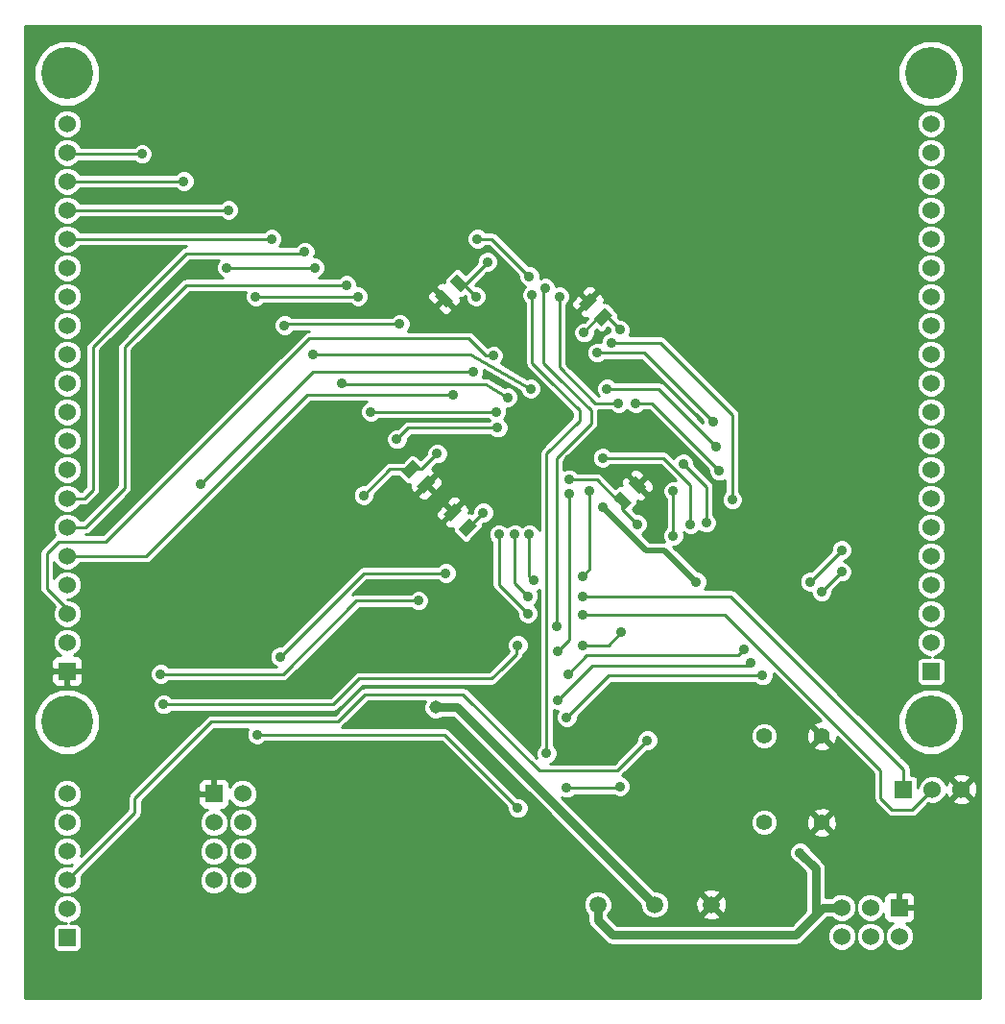
<source format=gbl>
G04 (created by PCBNEW (2013-may-18)-stable) date Sun 14 Jun 2015 08:39:56 PM EDT*
%MOIN*%
G04 Gerber Fmt 3.4, Leading zero omitted, Abs format*
%FSLAX34Y34*%
G01*
G70*
G90*
G04 APERTURE LIST*
%ADD10C,0.00590551*%
%ADD11C,0.035*%
%ADD12C,0.055*%
%ADD13R,0.06X0.06*%
%ADD14C,0.06*%
%ADD15C,0.0590551*%
%ADD16C,0.18*%
%ADD17C,0.045*%
%ADD18C,0.03*%
%ADD19C,0.01*%
%ADD20C,0.02*%
G04 APERTURE END LIST*
G54D10*
G54D11*
X40100Y-53500D03*
X40250Y-55250D03*
X42400Y-49100D03*
X47300Y-46600D03*
X46300Y-47650D03*
X44650Y-48350D03*
X44300Y-45100D03*
X40850Y-47900D03*
X41850Y-46850D03*
X48650Y-53650D03*
X57950Y-51600D03*
X59500Y-51550D03*
X59550Y-47000D03*
X63750Y-49500D03*
X63150Y-50150D03*
X47350Y-53850D03*
X44750Y-53750D03*
X54275Y-35325D03*
X51650Y-58350D03*
X48800Y-52450D03*
X57950Y-56300D03*
X59650Y-47600D03*
X62850Y-36600D03*
X61500Y-37300D03*
X59400Y-39150D03*
X49575Y-34825D03*
X52925Y-33775D03*
X45775Y-33325D03*
X44275Y-34775D03*
X47075Y-43375D03*
X63250Y-41150D03*
X64600Y-40450D03*
X64550Y-43650D03*
X38150Y-58350D03*
X63200Y-44350D03*
X57550Y-45050D03*
G54D12*
X61300Y-53100D03*
X63300Y-53100D03*
X61300Y-56100D03*
X63300Y-56100D03*
G54D10*
G36*
X56033Y-38494D02*
X55644Y-38883D01*
X55396Y-38635D01*
X55785Y-38246D01*
X56033Y-38494D01*
X56033Y-38494D01*
G37*
G36*
X55503Y-37964D02*
X55114Y-38353D01*
X54866Y-38105D01*
X55255Y-37716D01*
X55503Y-37964D01*
X55503Y-37964D01*
G37*
G36*
X50255Y-38233D02*
X49866Y-37844D01*
X50114Y-37596D01*
X50503Y-37985D01*
X50255Y-38233D01*
X50255Y-38233D01*
G37*
G36*
X50785Y-37703D02*
X50396Y-37314D01*
X50644Y-37066D01*
X51033Y-37455D01*
X50785Y-37703D01*
X50785Y-37703D01*
G37*
G36*
X49883Y-44294D02*
X49494Y-44683D01*
X49246Y-44435D01*
X49635Y-44046D01*
X49883Y-44294D01*
X49883Y-44294D01*
G37*
G36*
X49353Y-43764D02*
X48964Y-44153D01*
X48716Y-43905D01*
X49105Y-43516D01*
X49353Y-43764D01*
X49353Y-43764D01*
G37*
G36*
X56844Y-44066D02*
X57233Y-44455D01*
X56985Y-44703D01*
X56596Y-44314D01*
X56844Y-44066D01*
X56844Y-44066D01*
G37*
G36*
X56314Y-44596D02*
X56703Y-44985D01*
X56455Y-45233D01*
X56066Y-44844D01*
X56314Y-44596D01*
X56314Y-44596D01*
G37*
G36*
X51333Y-45794D02*
X50944Y-46183D01*
X50696Y-45935D01*
X51085Y-45546D01*
X51333Y-45794D01*
X51333Y-45794D01*
G37*
G36*
X50803Y-45264D02*
X50414Y-45653D01*
X50166Y-45405D01*
X50555Y-45016D01*
X50803Y-45264D01*
X50803Y-45264D01*
G37*
G54D13*
X42200Y-55100D03*
G54D14*
X43200Y-55100D03*
X42200Y-56100D03*
X43200Y-56100D03*
X42200Y-57100D03*
X43200Y-57100D03*
X42200Y-58100D03*
X43200Y-58100D03*
G54D13*
X67100Y-50850D03*
G54D14*
X67100Y-49850D03*
X67100Y-40850D03*
X67100Y-47850D03*
X67100Y-38850D03*
X67100Y-45850D03*
X67100Y-36850D03*
X67100Y-43850D03*
X67100Y-34850D03*
X67100Y-41850D03*
X67100Y-32850D03*
X67100Y-39850D03*
X67100Y-37850D03*
X67100Y-35850D03*
X67100Y-33850D03*
X67100Y-31850D03*
X67100Y-48850D03*
X67100Y-46850D03*
X67100Y-44850D03*
X67100Y-42850D03*
G54D13*
X37100Y-50850D03*
G54D14*
X37100Y-49850D03*
X37100Y-40850D03*
X37100Y-47850D03*
X37100Y-38850D03*
X37100Y-45850D03*
X37100Y-36850D03*
X37100Y-43850D03*
X37100Y-34850D03*
X37100Y-41850D03*
X37100Y-32850D03*
X37100Y-39850D03*
X37100Y-37850D03*
X37100Y-35850D03*
X37100Y-33850D03*
X37100Y-31850D03*
X37100Y-48850D03*
X37100Y-46850D03*
X37100Y-44850D03*
X37100Y-42850D03*
G54D13*
X37100Y-60100D03*
G54D14*
X37100Y-59100D03*
X37100Y-58100D03*
X37100Y-57100D03*
X37100Y-56100D03*
X37100Y-55100D03*
G54D15*
X55531Y-58950D03*
X57500Y-58950D03*
X59468Y-58950D03*
G54D14*
X64000Y-60050D03*
X64000Y-59050D03*
X65000Y-60050D03*
X65000Y-59050D03*
X66000Y-60050D03*
G54D13*
X66000Y-59050D03*
G54D16*
X67100Y-30100D03*
X67100Y-52600D03*
X37100Y-30100D03*
X37100Y-52600D03*
G54D11*
X59900Y-53650D03*
G54D13*
X66150Y-54950D03*
G54D14*
X67150Y-54950D03*
X68150Y-54950D03*
G54D17*
X49900Y-52100D03*
G54D11*
X43700Y-53050D03*
X52750Y-55600D03*
X54450Y-54900D03*
X56300Y-54850D03*
X58750Y-45750D03*
X55700Y-43450D03*
X51200Y-40450D03*
X41750Y-44350D03*
X54150Y-50150D03*
X54550Y-44700D03*
X55000Y-49950D03*
X58150Y-44600D03*
X56350Y-49500D03*
X58150Y-46150D03*
X48650Y-38800D03*
X44650Y-38850D03*
X47200Y-37850D03*
X43650Y-37850D03*
X45700Y-36850D03*
X42650Y-36850D03*
X44200Y-35850D03*
X42700Y-34850D03*
X41150Y-33850D03*
X39700Y-32900D03*
X53750Y-53700D03*
X53250Y-37800D03*
X55250Y-44600D03*
X55000Y-47550D03*
X50250Y-47450D03*
X44500Y-50350D03*
X51900Y-39900D03*
X53150Y-37150D03*
X45350Y-36300D03*
X51350Y-35850D03*
X61250Y-51000D03*
X54450Y-52450D03*
X59750Y-43900D03*
X56850Y-41550D03*
X64000Y-47400D03*
X63300Y-48100D03*
X60850Y-50550D03*
X54150Y-51850D03*
X59650Y-43050D03*
X55850Y-41050D03*
X55700Y-45150D03*
X58950Y-47750D03*
X46800Y-37450D03*
X60200Y-44900D03*
X56000Y-39450D03*
X54200Y-37850D03*
X56250Y-41550D03*
X58500Y-43650D03*
X59300Y-45700D03*
X57250Y-53250D03*
X55000Y-48900D03*
X53100Y-48850D03*
X52100Y-46100D03*
X64000Y-46650D03*
X62900Y-47750D03*
X60600Y-50100D03*
X54500Y-50950D03*
X59550Y-42200D03*
X55500Y-39800D03*
X53300Y-47700D03*
X53150Y-46100D03*
X49300Y-48400D03*
X40350Y-50950D03*
X40450Y-52000D03*
X53700Y-37550D03*
X54100Y-49300D03*
X52750Y-49950D03*
X55000Y-48250D03*
X53100Y-48250D03*
X52650Y-46100D03*
X47400Y-44750D03*
X56900Y-45750D03*
X62550Y-57150D03*
X54550Y-44200D03*
X56300Y-39000D03*
X51700Y-36650D03*
X51300Y-37850D03*
X55050Y-39100D03*
X49950Y-43300D03*
X50500Y-41250D03*
X52050Y-42400D03*
X48550Y-42800D03*
X46650Y-40850D03*
X52400Y-41350D03*
X47650Y-41850D03*
X52000Y-41850D03*
X53200Y-41050D03*
X45650Y-39850D03*
X46900Y-50500D03*
X49300Y-49900D03*
X51650Y-50600D03*
X53750Y-41800D03*
X54550Y-43500D03*
X49500Y-38550D03*
X48300Y-37250D03*
X56750Y-38400D03*
X57800Y-35350D03*
X56350Y-33900D03*
X58200Y-33700D03*
X51950Y-49050D03*
X50050Y-44800D03*
X54500Y-37350D03*
X51550Y-45350D03*
G54D18*
X49900Y-52100D02*
X49900Y-52100D01*
X50650Y-52100D02*
X53700Y-55150D01*
X50650Y-52100D02*
X49900Y-52100D01*
X57500Y-58950D02*
X53700Y-55150D01*
X53700Y-55150D02*
X53700Y-55150D01*
G54D19*
X50200Y-53050D02*
X43700Y-53050D01*
X52750Y-55600D02*
X50200Y-53050D01*
X56250Y-54900D02*
X54450Y-54900D01*
X56300Y-54850D02*
X56250Y-54900D01*
X58750Y-45100D02*
X58750Y-45750D01*
X58750Y-44400D02*
X58750Y-45100D01*
X58750Y-45100D02*
X58750Y-45150D01*
X57800Y-43450D02*
X58750Y-44400D01*
X55700Y-43450D02*
X57800Y-43450D01*
X41750Y-44350D02*
X45650Y-40450D01*
X45650Y-40450D02*
X51200Y-40450D01*
X54550Y-44700D02*
X54550Y-45750D01*
X54550Y-45750D02*
X54550Y-49750D01*
X54550Y-49750D02*
X54150Y-50150D01*
X58150Y-45150D02*
X58150Y-46150D01*
X55400Y-49950D02*
X55500Y-49950D01*
X55000Y-49950D02*
X55400Y-49950D01*
X58150Y-45150D02*
X58150Y-44600D01*
X55900Y-49950D02*
X55500Y-49950D01*
X56350Y-49500D02*
X55900Y-49950D01*
X44700Y-38800D02*
X48650Y-38800D01*
X44650Y-38850D02*
X44700Y-38800D01*
X43650Y-37850D02*
X47200Y-37850D01*
X42650Y-36850D02*
X45700Y-36850D01*
X37100Y-35850D02*
X41650Y-35850D01*
X41650Y-35850D02*
X44200Y-35850D01*
X37100Y-34850D02*
X40650Y-34850D01*
X40650Y-34850D02*
X42700Y-34850D01*
X37100Y-33850D02*
X39650Y-33850D01*
X39650Y-33850D02*
X41150Y-33850D01*
X38600Y-32900D02*
X37150Y-32900D01*
X38600Y-32900D02*
X39650Y-32900D01*
X39650Y-32900D02*
X39700Y-32900D01*
X37150Y-32900D02*
X37100Y-32850D01*
X53850Y-40750D02*
X54900Y-41800D01*
X53250Y-40150D02*
X53850Y-40750D01*
X53250Y-37800D02*
X53250Y-40150D01*
X53750Y-43300D02*
X53750Y-53700D01*
X54900Y-42150D02*
X53750Y-43300D01*
X54900Y-41800D02*
X54900Y-42150D01*
X55250Y-47300D02*
X55250Y-44600D01*
X55000Y-47550D02*
X55250Y-47300D01*
X47400Y-47450D02*
X50250Y-47450D01*
X44500Y-50350D02*
X47400Y-47450D01*
X37100Y-48850D02*
X37100Y-48700D01*
X38450Y-46350D02*
X45500Y-39300D01*
X36800Y-46350D02*
X38450Y-46350D01*
X36400Y-46750D02*
X36800Y-46350D01*
X36400Y-48000D02*
X36400Y-46750D01*
X37100Y-48700D02*
X36400Y-48000D01*
X49400Y-39300D02*
X51050Y-39300D01*
X45500Y-39300D02*
X49400Y-39300D01*
X51650Y-39900D02*
X51900Y-39900D01*
X51050Y-39300D02*
X51650Y-39900D01*
X51350Y-35850D02*
X51850Y-35850D01*
X51850Y-35850D02*
X53150Y-37150D01*
X45300Y-36350D02*
X45350Y-36300D01*
X37700Y-44850D02*
X37100Y-44850D01*
X37700Y-44850D02*
X38000Y-44550D01*
X38000Y-39600D02*
X41250Y-36350D01*
X38000Y-44550D02*
X38000Y-39600D01*
X41250Y-36350D02*
X45300Y-36350D01*
X55900Y-51000D02*
X61250Y-51000D01*
X54450Y-52450D02*
X55900Y-51000D01*
X59750Y-43900D02*
X57400Y-41550D01*
X57400Y-41550D02*
X56850Y-41550D01*
X63300Y-48100D02*
X64000Y-47400D01*
X60750Y-50650D02*
X60850Y-50550D01*
X55350Y-50650D02*
X60750Y-50650D01*
X54150Y-51850D02*
X55350Y-50650D01*
X59650Y-43050D02*
X57650Y-41050D01*
X57650Y-41050D02*
X55850Y-41050D01*
G54D20*
X57200Y-46650D02*
X57850Y-46650D01*
X55700Y-45150D02*
X57200Y-46650D01*
X57850Y-46650D02*
X58950Y-47750D01*
G54D19*
X37100Y-45850D02*
X37750Y-45850D01*
X41250Y-37450D02*
X46800Y-37450D01*
X39100Y-39600D02*
X41250Y-37450D01*
X39100Y-44500D02*
X39100Y-39600D01*
X37750Y-45850D02*
X39100Y-44500D01*
X60200Y-44900D02*
X60200Y-41950D01*
X60200Y-41950D02*
X57700Y-39450D01*
X57700Y-39450D02*
X56000Y-39450D01*
X42100Y-52600D02*
X39450Y-55250D01*
X54200Y-40300D02*
X55450Y-41550D01*
X54200Y-37850D02*
X54200Y-40300D01*
X55450Y-41550D02*
X56250Y-41550D01*
X58500Y-43650D02*
X59300Y-44450D01*
X59300Y-44450D02*
X59300Y-45700D01*
X46500Y-52600D02*
X42100Y-52600D01*
X47450Y-51650D02*
X46500Y-52600D01*
X50850Y-51650D02*
X47450Y-51650D01*
X53500Y-54300D02*
X50850Y-51650D01*
X56200Y-54300D02*
X53500Y-54300D01*
X57250Y-53250D02*
X56200Y-54300D01*
X39450Y-55750D02*
X37100Y-58100D01*
X39450Y-55250D02*
X39450Y-55750D01*
X65350Y-54300D02*
X65350Y-55250D01*
X55000Y-48900D02*
X57700Y-48900D01*
X57700Y-48900D02*
X59950Y-48900D01*
X59950Y-48900D02*
X65350Y-54300D01*
X52100Y-47850D02*
X53100Y-48850D01*
X52100Y-47450D02*
X52100Y-47850D01*
X52100Y-46100D02*
X52100Y-47450D01*
X66450Y-55650D02*
X67150Y-54950D01*
X65750Y-55650D02*
X66450Y-55650D01*
X65350Y-55250D02*
X65750Y-55650D01*
X62900Y-47750D02*
X64000Y-46650D01*
X60400Y-50300D02*
X60600Y-50100D01*
X55150Y-50300D02*
X60400Y-50300D01*
X54500Y-50950D02*
X55150Y-50300D01*
X59550Y-42200D02*
X57150Y-39800D01*
X57150Y-39800D02*
X55500Y-39800D01*
X40350Y-50950D02*
X44600Y-50950D01*
X53150Y-46100D02*
X53150Y-47550D01*
X53150Y-47550D02*
X53300Y-47700D01*
X47150Y-48400D02*
X49300Y-48400D01*
X44600Y-50950D02*
X47150Y-48400D01*
X47250Y-51100D02*
X46350Y-52000D01*
X46350Y-52000D02*
X40450Y-52000D01*
X52700Y-50250D02*
X52700Y-50000D01*
X51850Y-51100D02*
X47250Y-51100D01*
X52200Y-50750D02*
X51850Y-51100D01*
X52700Y-50250D02*
X52200Y-50750D01*
X52700Y-50000D02*
X52750Y-49950D01*
X55300Y-41800D02*
X55300Y-42250D01*
X55300Y-42250D02*
X54100Y-43450D01*
X53700Y-37550D02*
X53650Y-37600D01*
X53650Y-37600D02*
X53650Y-40150D01*
X53650Y-40150D02*
X54150Y-40650D01*
X54100Y-43450D02*
X54100Y-49300D01*
X54150Y-40650D02*
X55300Y-41800D01*
X66150Y-54950D02*
X66150Y-54250D01*
X66150Y-54250D02*
X65850Y-53950D01*
X57700Y-48250D02*
X60150Y-48250D01*
X55000Y-48250D02*
X57700Y-48250D01*
X60150Y-48250D02*
X65850Y-53950D01*
X65850Y-53950D02*
X65875Y-53975D01*
X52650Y-47800D02*
X53100Y-48250D01*
X52650Y-46100D02*
X52650Y-47500D01*
X52650Y-47500D02*
X52650Y-47800D01*
X49034Y-43834D02*
X48315Y-43834D01*
X48315Y-43834D02*
X47400Y-44750D01*
G54D18*
X56300Y-60000D02*
X56050Y-60000D01*
X56300Y-60000D02*
X62400Y-60000D01*
X63100Y-59300D02*
X62400Y-60000D01*
X55531Y-59481D02*
X55531Y-58950D01*
X56050Y-60000D02*
X55531Y-59481D01*
G54D19*
X56384Y-44915D02*
X56384Y-45234D01*
X56384Y-45234D02*
X56900Y-45750D01*
G54D18*
X63100Y-59300D02*
X63100Y-57700D01*
X63100Y-57700D02*
X62550Y-57150D01*
X63350Y-59050D02*
X64000Y-59050D01*
X63100Y-59300D02*
X63350Y-59050D01*
G54D19*
X56215Y-44915D02*
X56384Y-44915D01*
X55500Y-44200D02*
X56215Y-44915D01*
X54550Y-44200D02*
X55500Y-44200D01*
X55865Y-38565D02*
X55715Y-38565D01*
X56300Y-39000D02*
X55865Y-38565D01*
X50965Y-37384D02*
X50715Y-37384D01*
X51700Y-36650D02*
X50965Y-37384D01*
X50834Y-37384D02*
X50715Y-37384D01*
X51300Y-37850D02*
X50834Y-37384D01*
X55050Y-39100D02*
X55534Y-38565D01*
X55534Y-38565D02*
X55715Y-38565D01*
X49950Y-43300D02*
X49415Y-43834D01*
X49415Y-43834D02*
X49034Y-43834D01*
X45450Y-41250D02*
X50500Y-41250D01*
X39850Y-46850D02*
X45450Y-41250D01*
X39850Y-46850D02*
X37100Y-46850D01*
X48950Y-42400D02*
X52050Y-42400D01*
X48550Y-42800D02*
X48950Y-42400D01*
X46650Y-40850D02*
X46700Y-40900D01*
X46700Y-40900D02*
X51650Y-40900D01*
X51650Y-40900D02*
X52400Y-41350D01*
X47650Y-41850D02*
X52000Y-41850D01*
X51100Y-39850D02*
X53200Y-41050D01*
X45650Y-39850D02*
X51100Y-39850D01*
X50134Y-37915D02*
X49500Y-38550D01*
X50184Y-37915D02*
X50134Y-37915D01*
X49565Y-44365D02*
X49615Y-44365D01*
X50484Y-45234D02*
X50050Y-44800D01*
X50484Y-45234D02*
X50484Y-45334D01*
X49615Y-44365D02*
X50050Y-44800D01*
X55184Y-38034D02*
X54500Y-37350D01*
X51034Y-45865D02*
X51015Y-45865D01*
X51550Y-45350D02*
X51034Y-45865D01*
G54D10*
G36*
X68800Y-62200D02*
X68704Y-62200D01*
X68704Y-55031D01*
X68693Y-54813D01*
X68631Y-54662D01*
X68535Y-54634D01*
X68465Y-54705D01*
X68465Y-54564D01*
X68437Y-54468D01*
X68250Y-54401D01*
X68250Y-52372D01*
X68250Y-29872D01*
X68075Y-29449D01*
X67752Y-29125D01*
X67329Y-28950D01*
X66872Y-28949D01*
X66449Y-29124D01*
X66125Y-29447D01*
X65950Y-29870D01*
X65949Y-30327D01*
X66124Y-30750D01*
X66447Y-31074D01*
X66870Y-31249D01*
X67327Y-31250D01*
X67750Y-31075D01*
X68074Y-30752D01*
X68249Y-30329D01*
X68250Y-29872D01*
X68250Y-52372D01*
X68075Y-51949D01*
X67752Y-51625D01*
X67600Y-51562D01*
X67600Y-49750D01*
X67600Y-48750D01*
X67600Y-47750D01*
X67600Y-46750D01*
X67600Y-45750D01*
X67600Y-44750D01*
X67600Y-43750D01*
X67600Y-42750D01*
X67600Y-41750D01*
X67600Y-40750D01*
X67600Y-39750D01*
X67600Y-38750D01*
X67600Y-37750D01*
X67600Y-36750D01*
X67600Y-35750D01*
X67600Y-34750D01*
X67600Y-33750D01*
X67600Y-32750D01*
X67600Y-31750D01*
X67524Y-31567D01*
X67383Y-31426D01*
X67199Y-31350D01*
X67000Y-31349D01*
X66817Y-31425D01*
X66676Y-31566D01*
X66600Y-31750D01*
X66599Y-31949D01*
X66675Y-32132D01*
X66816Y-32273D01*
X67000Y-32349D01*
X67199Y-32350D01*
X67382Y-32274D01*
X67523Y-32133D01*
X67599Y-31949D01*
X67600Y-31750D01*
X67600Y-32750D01*
X67524Y-32567D01*
X67383Y-32426D01*
X67199Y-32350D01*
X67000Y-32349D01*
X66817Y-32425D01*
X66676Y-32566D01*
X66600Y-32750D01*
X66599Y-32949D01*
X66675Y-33132D01*
X66816Y-33273D01*
X67000Y-33349D01*
X67199Y-33350D01*
X67382Y-33274D01*
X67523Y-33133D01*
X67599Y-32949D01*
X67600Y-32750D01*
X67600Y-33750D01*
X67524Y-33567D01*
X67383Y-33426D01*
X67199Y-33350D01*
X67000Y-33349D01*
X66817Y-33425D01*
X66676Y-33566D01*
X66600Y-33750D01*
X66599Y-33949D01*
X66675Y-34132D01*
X66816Y-34273D01*
X67000Y-34349D01*
X67199Y-34350D01*
X67382Y-34274D01*
X67523Y-34133D01*
X67599Y-33949D01*
X67600Y-33750D01*
X67600Y-34750D01*
X67524Y-34567D01*
X67383Y-34426D01*
X67199Y-34350D01*
X67000Y-34349D01*
X66817Y-34425D01*
X66676Y-34566D01*
X66600Y-34750D01*
X66599Y-34949D01*
X66675Y-35132D01*
X66816Y-35273D01*
X67000Y-35349D01*
X67199Y-35350D01*
X67382Y-35274D01*
X67523Y-35133D01*
X67599Y-34949D01*
X67600Y-34750D01*
X67600Y-35750D01*
X67524Y-35567D01*
X67383Y-35426D01*
X67199Y-35350D01*
X67000Y-35349D01*
X66817Y-35425D01*
X66676Y-35566D01*
X66600Y-35750D01*
X66599Y-35949D01*
X66675Y-36132D01*
X66816Y-36273D01*
X67000Y-36349D01*
X67199Y-36350D01*
X67382Y-36274D01*
X67523Y-36133D01*
X67599Y-35949D01*
X67600Y-35750D01*
X67600Y-36750D01*
X67524Y-36567D01*
X67383Y-36426D01*
X67199Y-36350D01*
X67000Y-36349D01*
X66817Y-36425D01*
X66676Y-36566D01*
X66600Y-36750D01*
X66599Y-36949D01*
X66675Y-37132D01*
X66816Y-37273D01*
X67000Y-37349D01*
X67199Y-37350D01*
X67382Y-37274D01*
X67523Y-37133D01*
X67599Y-36949D01*
X67600Y-36750D01*
X67600Y-37750D01*
X67524Y-37567D01*
X67383Y-37426D01*
X67199Y-37350D01*
X67000Y-37349D01*
X66817Y-37425D01*
X66676Y-37566D01*
X66600Y-37750D01*
X66599Y-37949D01*
X66675Y-38132D01*
X66816Y-38273D01*
X67000Y-38349D01*
X67199Y-38350D01*
X67382Y-38274D01*
X67523Y-38133D01*
X67599Y-37949D01*
X67600Y-37750D01*
X67600Y-38750D01*
X67524Y-38567D01*
X67383Y-38426D01*
X67199Y-38350D01*
X67000Y-38349D01*
X66817Y-38425D01*
X66676Y-38566D01*
X66600Y-38750D01*
X66599Y-38949D01*
X66675Y-39132D01*
X66816Y-39273D01*
X67000Y-39349D01*
X67199Y-39350D01*
X67382Y-39274D01*
X67523Y-39133D01*
X67599Y-38949D01*
X67600Y-38750D01*
X67600Y-39750D01*
X67524Y-39567D01*
X67383Y-39426D01*
X67199Y-39350D01*
X67000Y-39349D01*
X66817Y-39425D01*
X66676Y-39566D01*
X66600Y-39750D01*
X66599Y-39949D01*
X66675Y-40132D01*
X66816Y-40273D01*
X67000Y-40349D01*
X67199Y-40350D01*
X67382Y-40274D01*
X67523Y-40133D01*
X67599Y-39949D01*
X67600Y-39750D01*
X67600Y-40750D01*
X67524Y-40567D01*
X67383Y-40426D01*
X67199Y-40350D01*
X67000Y-40349D01*
X66817Y-40425D01*
X66676Y-40566D01*
X66600Y-40750D01*
X66599Y-40949D01*
X66675Y-41132D01*
X66816Y-41273D01*
X67000Y-41349D01*
X67199Y-41350D01*
X67382Y-41274D01*
X67523Y-41133D01*
X67599Y-40949D01*
X67600Y-40750D01*
X67600Y-41750D01*
X67524Y-41567D01*
X67383Y-41426D01*
X67199Y-41350D01*
X67000Y-41349D01*
X66817Y-41425D01*
X66676Y-41566D01*
X66600Y-41750D01*
X66599Y-41949D01*
X66675Y-42132D01*
X66816Y-42273D01*
X67000Y-42349D01*
X67199Y-42350D01*
X67382Y-42274D01*
X67523Y-42133D01*
X67599Y-41949D01*
X67600Y-41750D01*
X67600Y-42750D01*
X67524Y-42567D01*
X67383Y-42426D01*
X67199Y-42350D01*
X67000Y-42349D01*
X66817Y-42425D01*
X66676Y-42566D01*
X66600Y-42750D01*
X66599Y-42949D01*
X66675Y-43132D01*
X66816Y-43273D01*
X67000Y-43349D01*
X67199Y-43350D01*
X67382Y-43274D01*
X67523Y-43133D01*
X67599Y-42949D01*
X67600Y-42750D01*
X67600Y-43750D01*
X67524Y-43567D01*
X67383Y-43426D01*
X67199Y-43350D01*
X67000Y-43349D01*
X66817Y-43425D01*
X66676Y-43566D01*
X66600Y-43750D01*
X66599Y-43949D01*
X66675Y-44132D01*
X66816Y-44273D01*
X67000Y-44349D01*
X67199Y-44350D01*
X67382Y-44274D01*
X67523Y-44133D01*
X67599Y-43949D01*
X67600Y-43750D01*
X67600Y-44750D01*
X67524Y-44567D01*
X67383Y-44426D01*
X67199Y-44350D01*
X67000Y-44349D01*
X66817Y-44425D01*
X66676Y-44566D01*
X66600Y-44750D01*
X66599Y-44949D01*
X66675Y-45132D01*
X66816Y-45273D01*
X67000Y-45349D01*
X67199Y-45350D01*
X67382Y-45274D01*
X67523Y-45133D01*
X67599Y-44949D01*
X67600Y-44750D01*
X67600Y-45750D01*
X67524Y-45567D01*
X67383Y-45426D01*
X67199Y-45350D01*
X67000Y-45349D01*
X66817Y-45425D01*
X66676Y-45566D01*
X66600Y-45750D01*
X66599Y-45949D01*
X66675Y-46132D01*
X66816Y-46273D01*
X67000Y-46349D01*
X67199Y-46350D01*
X67382Y-46274D01*
X67523Y-46133D01*
X67599Y-45949D01*
X67600Y-45750D01*
X67600Y-46750D01*
X67524Y-46567D01*
X67383Y-46426D01*
X67199Y-46350D01*
X67000Y-46349D01*
X66817Y-46425D01*
X66676Y-46566D01*
X66600Y-46750D01*
X66599Y-46949D01*
X66675Y-47132D01*
X66816Y-47273D01*
X67000Y-47349D01*
X67199Y-47350D01*
X67382Y-47274D01*
X67523Y-47133D01*
X67599Y-46949D01*
X67600Y-46750D01*
X67600Y-47750D01*
X67524Y-47567D01*
X67383Y-47426D01*
X67199Y-47350D01*
X67000Y-47349D01*
X66817Y-47425D01*
X66676Y-47566D01*
X66600Y-47750D01*
X66599Y-47949D01*
X66675Y-48132D01*
X66816Y-48273D01*
X67000Y-48349D01*
X67199Y-48350D01*
X67382Y-48274D01*
X67523Y-48133D01*
X67599Y-47949D01*
X67600Y-47750D01*
X67600Y-48750D01*
X67524Y-48567D01*
X67383Y-48426D01*
X67199Y-48350D01*
X67000Y-48349D01*
X66817Y-48425D01*
X66676Y-48566D01*
X66600Y-48750D01*
X66599Y-48949D01*
X66675Y-49132D01*
X66816Y-49273D01*
X67000Y-49349D01*
X67199Y-49350D01*
X67382Y-49274D01*
X67523Y-49133D01*
X67599Y-48949D01*
X67600Y-48750D01*
X67600Y-49750D01*
X67524Y-49567D01*
X67383Y-49426D01*
X67199Y-49350D01*
X67000Y-49349D01*
X66817Y-49425D01*
X66676Y-49566D01*
X66600Y-49750D01*
X66599Y-49949D01*
X66675Y-50132D01*
X66816Y-50273D01*
X67000Y-50349D01*
X67060Y-50349D01*
X66760Y-50349D01*
X66686Y-50380D01*
X66630Y-50436D01*
X66600Y-50510D01*
X66599Y-50589D01*
X66599Y-51189D01*
X66630Y-51263D01*
X66686Y-51319D01*
X66760Y-51349D01*
X66839Y-51350D01*
X67439Y-51350D01*
X67513Y-51319D01*
X67569Y-51263D01*
X67599Y-51189D01*
X67600Y-51110D01*
X67600Y-50510D01*
X67569Y-50436D01*
X67513Y-50380D01*
X67439Y-50350D01*
X67360Y-50349D01*
X67199Y-50349D01*
X67382Y-50274D01*
X67523Y-50133D01*
X67599Y-49949D01*
X67600Y-49750D01*
X67600Y-51562D01*
X67329Y-51450D01*
X66872Y-51449D01*
X66449Y-51624D01*
X66125Y-51947D01*
X65950Y-52370D01*
X65949Y-52827D01*
X66124Y-53250D01*
X66447Y-53574D01*
X66870Y-53749D01*
X67327Y-53750D01*
X67750Y-53575D01*
X68074Y-53252D01*
X68249Y-52829D01*
X68250Y-52372D01*
X68250Y-54401D01*
X68231Y-54395D01*
X68013Y-54406D01*
X67862Y-54468D01*
X67834Y-54564D01*
X68150Y-54879D01*
X68465Y-54564D01*
X68465Y-54705D01*
X68220Y-54950D01*
X68535Y-55265D01*
X68631Y-55237D01*
X68704Y-55031D01*
X68704Y-62200D01*
X68465Y-62200D01*
X68465Y-55335D01*
X68150Y-55020D01*
X68079Y-55091D01*
X68079Y-54950D01*
X67764Y-54634D01*
X67668Y-54662D01*
X67623Y-54787D01*
X67574Y-54667D01*
X67433Y-54526D01*
X67249Y-54450D01*
X67050Y-54449D01*
X66867Y-54525D01*
X66726Y-54666D01*
X66650Y-54850D01*
X66650Y-54910D01*
X66650Y-54610D01*
X66619Y-54536D01*
X66563Y-54480D01*
X66489Y-54450D01*
X66410Y-54449D01*
X66400Y-54449D01*
X66400Y-54250D01*
X66399Y-54249D01*
X66400Y-54249D01*
X66396Y-54230D01*
X66380Y-54154D01*
X66380Y-54154D01*
X66326Y-54073D01*
X66326Y-54073D01*
X66051Y-53798D01*
X66026Y-53773D01*
X66026Y-53773D01*
X64375Y-52121D01*
X64375Y-47325D01*
X64318Y-47187D01*
X64212Y-47082D01*
X64074Y-47025D01*
X64074Y-47025D01*
X64212Y-46968D01*
X64317Y-46862D01*
X64374Y-46724D01*
X64375Y-46575D01*
X64318Y-46437D01*
X64212Y-46332D01*
X64074Y-46275D01*
X63925Y-46274D01*
X63787Y-46331D01*
X63682Y-46437D01*
X63625Y-46575D01*
X63624Y-46671D01*
X62921Y-47375D01*
X62825Y-47374D01*
X62687Y-47431D01*
X62582Y-47537D01*
X62525Y-47675D01*
X62524Y-47824D01*
X62581Y-47962D01*
X62687Y-48067D01*
X62825Y-48124D01*
X62924Y-48125D01*
X62924Y-48174D01*
X62981Y-48312D01*
X63087Y-48417D01*
X63225Y-48474D01*
X63374Y-48475D01*
X63512Y-48418D01*
X63617Y-48312D01*
X63674Y-48174D01*
X63675Y-48078D01*
X63978Y-47774D01*
X64074Y-47775D01*
X64212Y-47718D01*
X64317Y-47612D01*
X64374Y-47474D01*
X64375Y-47325D01*
X64375Y-52121D01*
X60326Y-48073D01*
X60245Y-48019D01*
X60150Y-48000D01*
X59230Y-48000D01*
X59267Y-47962D01*
X59324Y-47824D01*
X59325Y-47675D01*
X59268Y-47537D01*
X59162Y-47432D01*
X59024Y-47375D01*
X58999Y-47375D01*
X58149Y-46524D01*
X58224Y-46525D01*
X58362Y-46468D01*
X58467Y-46362D01*
X58524Y-46224D01*
X58525Y-46075D01*
X58510Y-46041D01*
X58537Y-46067D01*
X58675Y-46124D01*
X58824Y-46125D01*
X58962Y-46068D01*
X59050Y-45980D01*
X59087Y-46017D01*
X59225Y-46074D01*
X59374Y-46075D01*
X59512Y-46018D01*
X59617Y-45912D01*
X59674Y-45774D01*
X59675Y-45625D01*
X59618Y-45487D01*
X59550Y-45419D01*
X59550Y-44450D01*
X59549Y-44449D01*
X59550Y-44449D01*
X59546Y-44430D01*
X59530Y-44354D01*
X59530Y-44354D01*
X59476Y-44273D01*
X59476Y-44273D01*
X58874Y-43671D01*
X58875Y-43575D01*
X58818Y-43437D01*
X58712Y-43332D01*
X58574Y-43275D01*
X58425Y-43274D01*
X58287Y-43331D01*
X58182Y-43437D01*
X58170Y-43466D01*
X57976Y-43273D01*
X57895Y-43219D01*
X57800Y-43200D01*
X55980Y-43200D01*
X55912Y-43132D01*
X55774Y-43075D01*
X55625Y-43074D01*
X55487Y-43131D01*
X55382Y-43237D01*
X55325Y-43375D01*
X55324Y-43524D01*
X55381Y-43662D01*
X55487Y-43767D01*
X55625Y-43824D01*
X55774Y-43825D01*
X55912Y-43768D01*
X55980Y-43700D01*
X57696Y-43700D01*
X58221Y-44225D01*
X58075Y-44224D01*
X57937Y-44281D01*
X57832Y-44387D01*
X57775Y-44525D01*
X57774Y-44674D01*
X57831Y-44812D01*
X57900Y-44880D01*
X57900Y-45150D01*
X57900Y-45869D01*
X57832Y-45937D01*
X57775Y-46075D01*
X57774Y-46224D01*
X57826Y-46350D01*
X57483Y-46350D01*
X57483Y-44406D01*
X57445Y-44314D01*
X57375Y-44243D01*
X57295Y-44163D01*
X57206Y-44163D01*
X57136Y-44234D01*
X57136Y-44093D01*
X57136Y-44004D01*
X57056Y-43924D01*
X56985Y-43854D01*
X56893Y-43816D01*
X56794Y-43816D01*
X56702Y-43854D01*
X56623Y-43934D01*
X56623Y-44022D01*
X56915Y-44314D01*
X57136Y-44093D01*
X57136Y-44234D01*
X56985Y-44384D01*
X57277Y-44676D01*
X57365Y-44676D01*
X57445Y-44597D01*
X57483Y-44505D01*
X57483Y-44406D01*
X57483Y-46350D01*
X57324Y-46350D01*
X57062Y-46088D01*
X57112Y-46068D01*
X57217Y-45962D01*
X57274Y-45824D01*
X57275Y-45675D01*
X57218Y-45537D01*
X57112Y-45432D01*
X56974Y-45375D01*
X56878Y-45374D01*
X56737Y-45234D01*
X56872Y-45099D01*
X56902Y-45025D01*
X56903Y-44946D01*
X56899Y-44937D01*
X56936Y-44953D01*
X57035Y-44952D01*
X57127Y-44914D01*
X57206Y-44835D01*
X57206Y-44747D01*
X56915Y-44455D01*
X56909Y-44461D01*
X56838Y-44390D01*
X56844Y-44384D01*
X56552Y-44093D01*
X56464Y-44093D01*
X56385Y-44172D01*
X56347Y-44264D01*
X56346Y-44363D01*
X56362Y-44400D01*
X56354Y-44397D01*
X56274Y-44396D01*
X56200Y-44427D01*
X56144Y-44483D01*
X56140Y-44487D01*
X55676Y-44023D01*
X55595Y-43969D01*
X55500Y-43950D01*
X54830Y-43950D01*
X54762Y-43882D01*
X54624Y-43825D01*
X54475Y-43824D01*
X54350Y-43876D01*
X54350Y-43553D01*
X55476Y-42426D01*
X55476Y-42426D01*
X55476Y-42426D01*
X55530Y-42345D01*
X55530Y-42345D01*
X55546Y-42269D01*
X55550Y-42250D01*
X55549Y-42250D01*
X55550Y-42250D01*
X55550Y-41800D01*
X55969Y-41800D01*
X56037Y-41867D01*
X56175Y-41924D01*
X56324Y-41925D01*
X56462Y-41868D01*
X56550Y-41780D01*
X56637Y-41867D01*
X56775Y-41924D01*
X56924Y-41925D01*
X57062Y-41868D01*
X57130Y-41800D01*
X57296Y-41800D01*
X59375Y-43878D01*
X59374Y-43974D01*
X59431Y-44112D01*
X59537Y-44217D01*
X59675Y-44274D01*
X59824Y-44275D01*
X59950Y-44223D01*
X59950Y-44619D01*
X59882Y-44687D01*
X59825Y-44825D01*
X59824Y-44974D01*
X59881Y-45112D01*
X59987Y-45217D01*
X60125Y-45274D01*
X60274Y-45275D01*
X60412Y-45218D01*
X60517Y-45112D01*
X60574Y-44974D01*
X60575Y-44825D01*
X60518Y-44687D01*
X60450Y-44619D01*
X60450Y-41950D01*
X60430Y-41854D01*
X60376Y-41773D01*
X57876Y-39273D01*
X57795Y-39219D01*
X57700Y-39200D01*
X56622Y-39200D01*
X56674Y-39074D01*
X56675Y-38925D01*
X56618Y-38787D01*
X56512Y-38682D01*
X56374Y-38625D01*
X56278Y-38624D01*
X56220Y-38566D01*
X56233Y-38534D01*
X56233Y-38454D01*
X56203Y-38381D01*
X56146Y-38325D01*
X55899Y-38077D01*
X55825Y-38047D01*
X55746Y-38046D01*
X55737Y-38050D01*
X55753Y-38013D01*
X55752Y-37914D01*
X55714Y-37822D01*
X55635Y-37743D01*
X55547Y-37743D01*
X55476Y-37813D01*
X55476Y-37672D01*
X55476Y-37584D01*
X55397Y-37504D01*
X55305Y-37466D01*
X55206Y-37466D01*
X55114Y-37504D01*
X55043Y-37574D01*
X54963Y-37654D01*
X54963Y-37743D01*
X55184Y-37964D01*
X55476Y-37672D01*
X55476Y-37813D01*
X55255Y-38034D01*
X55261Y-38040D01*
X55190Y-38111D01*
X55184Y-38105D01*
X55114Y-38176D01*
X55114Y-38034D01*
X54893Y-37813D01*
X54804Y-37813D01*
X54724Y-37893D01*
X54654Y-37964D01*
X54616Y-38056D01*
X54616Y-38155D01*
X54654Y-38247D01*
X54734Y-38326D01*
X54822Y-38326D01*
X55114Y-38034D01*
X55114Y-38176D01*
X54893Y-38397D01*
X54893Y-38485D01*
X54972Y-38564D01*
X55064Y-38602D01*
X55163Y-38603D01*
X55052Y-38725D01*
X54975Y-38724D01*
X54837Y-38781D01*
X54732Y-38887D01*
X54675Y-39025D01*
X54674Y-39174D01*
X54731Y-39312D01*
X54837Y-39417D01*
X54975Y-39474D01*
X55124Y-39475D01*
X55262Y-39418D01*
X55367Y-39312D01*
X55424Y-39174D01*
X55425Y-39058D01*
X55478Y-38999D01*
X55531Y-39052D01*
X55604Y-39083D01*
X55684Y-39083D01*
X55757Y-39053D01*
X55813Y-38996D01*
X55878Y-38932D01*
X55925Y-38978D01*
X55924Y-39074D01*
X55925Y-39075D01*
X55787Y-39131D01*
X55682Y-39237D01*
X55625Y-39375D01*
X55625Y-39445D01*
X55574Y-39425D01*
X55425Y-39424D01*
X55287Y-39481D01*
X55182Y-39587D01*
X55125Y-39725D01*
X55124Y-39874D01*
X55181Y-40012D01*
X55287Y-40117D01*
X55425Y-40174D01*
X55574Y-40175D01*
X55712Y-40118D01*
X55780Y-40050D01*
X57046Y-40050D01*
X59175Y-42178D01*
X59174Y-42221D01*
X57826Y-40873D01*
X57745Y-40819D01*
X57650Y-40800D01*
X56130Y-40800D01*
X56062Y-40732D01*
X55924Y-40675D01*
X55775Y-40674D01*
X55637Y-40731D01*
X55532Y-40837D01*
X55475Y-40975D01*
X55474Y-41124D01*
X55531Y-41262D01*
X55569Y-41300D01*
X55553Y-41300D01*
X54450Y-40196D01*
X54450Y-38130D01*
X54517Y-38062D01*
X54574Y-37924D01*
X54575Y-37775D01*
X54518Y-37637D01*
X54412Y-37532D01*
X54274Y-37475D01*
X54125Y-37474D01*
X54075Y-37495D01*
X54075Y-37475D01*
X54018Y-37337D01*
X53912Y-37232D01*
X53774Y-37175D01*
X53625Y-37174D01*
X53524Y-37216D01*
X53525Y-37075D01*
X53468Y-36937D01*
X53362Y-36832D01*
X53224Y-36775D01*
X53128Y-36774D01*
X52026Y-35673D01*
X51945Y-35619D01*
X51850Y-35600D01*
X51630Y-35600D01*
X51562Y-35532D01*
X51424Y-35475D01*
X51275Y-35474D01*
X51137Y-35531D01*
X51032Y-35637D01*
X50975Y-35775D01*
X50974Y-35924D01*
X51031Y-36062D01*
X51137Y-36167D01*
X51275Y-36224D01*
X51424Y-36225D01*
X51562Y-36168D01*
X51630Y-36100D01*
X51746Y-36100D01*
X52775Y-37128D01*
X52774Y-37224D01*
X52831Y-37362D01*
X52937Y-37467D01*
X53018Y-37501D01*
X52932Y-37587D01*
X52875Y-37725D01*
X52874Y-37874D01*
X52931Y-38012D01*
X53000Y-38080D01*
X53000Y-40150D01*
X53019Y-40245D01*
X53073Y-40326D01*
X53673Y-40926D01*
X53673Y-40926D01*
X54650Y-41903D01*
X54650Y-42046D01*
X53575Y-43121D01*
X53575Y-40975D01*
X53518Y-40837D01*
X53412Y-40732D01*
X53274Y-40675D01*
X53125Y-40674D01*
X53082Y-40692D01*
X52162Y-40168D01*
X52217Y-40112D01*
X52274Y-39974D01*
X52275Y-39825D01*
X52218Y-39687D01*
X52112Y-39582D01*
X52075Y-39566D01*
X52075Y-36575D01*
X52018Y-36437D01*
X51912Y-36332D01*
X51774Y-36275D01*
X51625Y-36274D01*
X51487Y-36331D01*
X51382Y-36437D01*
X51325Y-36575D01*
X51324Y-36671D01*
X50928Y-37067D01*
X50757Y-36897D01*
X50684Y-36866D01*
X50604Y-36866D01*
X50531Y-36896D01*
X50475Y-36953D01*
X50227Y-37200D01*
X50197Y-37274D01*
X50196Y-37353D01*
X50200Y-37362D01*
X50163Y-37346D01*
X50064Y-37347D01*
X49972Y-37385D01*
X49893Y-37464D01*
X49893Y-37552D01*
X50184Y-37844D01*
X50190Y-37838D01*
X50261Y-37909D01*
X50255Y-37915D01*
X50547Y-38206D01*
X50635Y-38206D01*
X50714Y-38127D01*
X50752Y-38035D01*
X50753Y-37936D01*
X50737Y-37899D01*
X50745Y-37902D01*
X50825Y-37903D01*
X50899Y-37872D01*
X50925Y-37846D01*
X50924Y-37924D01*
X50981Y-38062D01*
X51087Y-38167D01*
X51225Y-38224D01*
X51374Y-38225D01*
X51512Y-38168D01*
X51617Y-38062D01*
X51674Y-37924D01*
X51675Y-37775D01*
X51618Y-37637D01*
X51512Y-37532D01*
X51374Y-37475D01*
X51278Y-37474D01*
X51253Y-37449D01*
X51678Y-37024D01*
X51774Y-37025D01*
X51912Y-36968D01*
X52017Y-36862D01*
X52074Y-36724D01*
X52075Y-36575D01*
X52075Y-39566D01*
X51974Y-39525D01*
X51825Y-39524D01*
X51687Y-39581D01*
X51686Y-39583D01*
X51226Y-39123D01*
X51145Y-39069D01*
X51050Y-39050D01*
X50476Y-39050D01*
X50476Y-38365D01*
X50476Y-38277D01*
X50184Y-37985D01*
X50114Y-38056D01*
X50114Y-37915D01*
X49822Y-37623D01*
X49734Y-37623D01*
X49654Y-37702D01*
X49616Y-37794D01*
X49616Y-37893D01*
X49654Y-37985D01*
X49724Y-38056D01*
X49804Y-38136D01*
X49893Y-38136D01*
X50114Y-37915D01*
X50114Y-38056D01*
X49963Y-38206D01*
X49963Y-38295D01*
X50043Y-38375D01*
X50114Y-38445D01*
X50206Y-38483D01*
X50305Y-38483D01*
X50397Y-38445D01*
X50476Y-38365D01*
X50476Y-39050D01*
X49400Y-39050D01*
X48930Y-39050D01*
X48967Y-39012D01*
X49024Y-38874D01*
X49025Y-38725D01*
X48968Y-38587D01*
X48862Y-38482D01*
X48724Y-38425D01*
X48575Y-38424D01*
X48437Y-38481D01*
X48369Y-38550D01*
X44880Y-38550D01*
X44862Y-38532D01*
X44724Y-38475D01*
X44575Y-38474D01*
X44437Y-38531D01*
X44332Y-38637D01*
X44275Y-38775D01*
X44274Y-38924D01*
X44331Y-39062D01*
X44437Y-39167D01*
X44575Y-39224D01*
X44724Y-39225D01*
X44862Y-39168D01*
X44967Y-39062D01*
X44972Y-39050D01*
X45500Y-39050D01*
X45404Y-39069D01*
X45323Y-39123D01*
X38346Y-46100D01*
X37750Y-46100D01*
X37845Y-46080D01*
X37926Y-46026D01*
X39276Y-44676D01*
X39330Y-44595D01*
X39330Y-44595D01*
X39350Y-44500D01*
X39350Y-39703D01*
X41353Y-37700D01*
X43306Y-37700D01*
X43275Y-37775D01*
X43274Y-37924D01*
X43331Y-38062D01*
X43437Y-38167D01*
X43575Y-38224D01*
X43724Y-38225D01*
X43862Y-38168D01*
X43930Y-38100D01*
X46919Y-38100D01*
X46987Y-38167D01*
X47125Y-38224D01*
X47274Y-38225D01*
X47412Y-38168D01*
X47517Y-38062D01*
X47574Y-37924D01*
X47575Y-37775D01*
X47518Y-37637D01*
X47412Y-37532D01*
X47274Y-37475D01*
X47174Y-37474D01*
X47175Y-37375D01*
X47118Y-37237D01*
X47012Y-37132D01*
X46874Y-37075D01*
X46725Y-37074D01*
X46587Y-37131D01*
X46519Y-37200D01*
X45834Y-37200D01*
X45912Y-37168D01*
X46017Y-37062D01*
X46074Y-36924D01*
X46075Y-36775D01*
X46018Y-36637D01*
X45912Y-36532D01*
X45774Y-36475D01*
X45683Y-36474D01*
X45724Y-36374D01*
X45725Y-36225D01*
X45668Y-36087D01*
X45562Y-35982D01*
X45424Y-35925D01*
X45275Y-35924D01*
X45137Y-35981D01*
X45032Y-36087D01*
X45027Y-36100D01*
X44480Y-36100D01*
X44517Y-36062D01*
X44574Y-35924D01*
X44575Y-35775D01*
X44518Y-35637D01*
X44412Y-35532D01*
X44274Y-35475D01*
X44125Y-35474D01*
X43987Y-35531D01*
X43919Y-35600D01*
X43075Y-35600D01*
X43075Y-34775D01*
X43018Y-34637D01*
X42912Y-34532D01*
X42774Y-34475D01*
X42625Y-34474D01*
X42487Y-34531D01*
X42419Y-34600D01*
X41525Y-34600D01*
X41525Y-33775D01*
X41468Y-33637D01*
X41362Y-33532D01*
X41224Y-33475D01*
X41075Y-33474D01*
X40937Y-33531D01*
X40869Y-33600D01*
X40075Y-33600D01*
X40075Y-32825D01*
X40018Y-32687D01*
X39912Y-32582D01*
X39774Y-32525D01*
X39625Y-32524D01*
X39487Y-32581D01*
X39419Y-32650D01*
X38600Y-32650D01*
X38250Y-32650D01*
X38250Y-29872D01*
X38075Y-29449D01*
X37752Y-29125D01*
X37329Y-28950D01*
X36872Y-28949D01*
X36449Y-29124D01*
X36125Y-29447D01*
X35950Y-29870D01*
X35949Y-30327D01*
X36124Y-30750D01*
X36447Y-31074D01*
X36870Y-31249D01*
X37327Y-31250D01*
X37750Y-31075D01*
X38074Y-30752D01*
X38249Y-30329D01*
X38250Y-29872D01*
X38250Y-32650D01*
X37600Y-32650D01*
X37600Y-31750D01*
X37524Y-31567D01*
X37383Y-31426D01*
X37199Y-31350D01*
X37000Y-31349D01*
X36817Y-31425D01*
X36676Y-31566D01*
X36600Y-31750D01*
X36599Y-31949D01*
X36675Y-32132D01*
X36816Y-32273D01*
X37000Y-32349D01*
X37199Y-32350D01*
X37382Y-32274D01*
X37523Y-32133D01*
X37599Y-31949D01*
X37600Y-31750D01*
X37600Y-32650D01*
X37558Y-32650D01*
X37524Y-32567D01*
X37383Y-32426D01*
X37199Y-32350D01*
X37000Y-32349D01*
X36817Y-32425D01*
X36676Y-32566D01*
X36600Y-32750D01*
X36599Y-32949D01*
X36675Y-33132D01*
X36816Y-33273D01*
X37000Y-33349D01*
X37199Y-33350D01*
X37382Y-33274D01*
X37507Y-33150D01*
X38600Y-33150D01*
X39419Y-33150D01*
X39487Y-33217D01*
X39625Y-33274D01*
X39774Y-33275D01*
X39912Y-33218D01*
X40017Y-33112D01*
X40074Y-32974D01*
X40075Y-32825D01*
X40075Y-33600D01*
X39650Y-33600D01*
X37537Y-33600D01*
X37524Y-33567D01*
X37383Y-33426D01*
X37199Y-33350D01*
X37000Y-33349D01*
X36817Y-33425D01*
X36676Y-33566D01*
X36600Y-33750D01*
X36599Y-33949D01*
X36675Y-34132D01*
X36816Y-34273D01*
X37000Y-34349D01*
X37199Y-34350D01*
X37382Y-34274D01*
X37523Y-34133D01*
X37537Y-34100D01*
X39650Y-34100D01*
X40869Y-34100D01*
X40937Y-34167D01*
X41075Y-34224D01*
X41224Y-34225D01*
X41362Y-34168D01*
X41467Y-34062D01*
X41524Y-33924D01*
X41525Y-33775D01*
X41525Y-34600D01*
X40650Y-34600D01*
X37537Y-34600D01*
X37524Y-34567D01*
X37383Y-34426D01*
X37199Y-34350D01*
X37000Y-34349D01*
X36817Y-34425D01*
X36676Y-34566D01*
X36600Y-34750D01*
X36599Y-34949D01*
X36675Y-35132D01*
X36816Y-35273D01*
X37000Y-35349D01*
X37199Y-35350D01*
X37382Y-35274D01*
X37523Y-35133D01*
X37537Y-35100D01*
X40650Y-35100D01*
X42419Y-35100D01*
X42487Y-35167D01*
X42625Y-35224D01*
X42774Y-35225D01*
X42912Y-35168D01*
X43017Y-35062D01*
X43074Y-34924D01*
X43075Y-34775D01*
X43075Y-35600D01*
X41650Y-35600D01*
X37537Y-35600D01*
X37524Y-35567D01*
X37383Y-35426D01*
X37199Y-35350D01*
X37000Y-35349D01*
X36817Y-35425D01*
X36676Y-35566D01*
X36600Y-35750D01*
X36599Y-35949D01*
X36675Y-36132D01*
X36816Y-36273D01*
X37000Y-36349D01*
X37199Y-36350D01*
X37382Y-36274D01*
X37523Y-36133D01*
X37537Y-36100D01*
X41249Y-36100D01*
X41230Y-36103D01*
X41154Y-36119D01*
X41073Y-36173D01*
X41073Y-36173D01*
X37823Y-39423D01*
X37769Y-39504D01*
X37750Y-39600D01*
X37750Y-44446D01*
X37600Y-44596D01*
X37600Y-43750D01*
X37600Y-42750D01*
X37600Y-41750D01*
X37600Y-40750D01*
X37600Y-39750D01*
X37600Y-38750D01*
X37600Y-37750D01*
X37600Y-36750D01*
X37524Y-36567D01*
X37383Y-36426D01*
X37199Y-36350D01*
X37000Y-36349D01*
X36817Y-36425D01*
X36676Y-36566D01*
X36600Y-36750D01*
X36599Y-36949D01*
X36675Y-37132D01*
X36816Y-37273D01*
X37000Y-37349D01*
X37199Y-37350D01*
X37382Y-37274D01*
X37523Y-37133D01*
X37599Y-36949D01*
X37600Y-36750D01*
X37600Y-37750D01*
X37524Y-37567D01*
X37383Y-37426D01*
X37199Y-37350D01*
X37000Y-37349D01*
X36817Y-37425D01*
X36676Y-37566D01*
X36600Y-37750D01*
X36599Y-37949D01*
X36675Y-38132D01*
X36816Y-38273D01*
X37000Y-38349D01*
X37199Y-38350D01*
X37382Y-38274D01*
X37523Y-38133D01*
X37599Y-37949D01*
X37600Y-37750D01*
X37600Y-38750D01*
X37524Y-38567D01*
X37383Y-38426D01*
X37199Y-38350D01*
X37000Y-38349D01*
X36817Y-38425D01*
X36676Y-38566D01*
X36600Y-38750D01*
X36599Y-38949D01*
X36675Y-39132D01*
X36816Y-39273D01*
X37000Y-39349D01*
X37199Y-39350D01*
X37382Y-39274D01*
X37523Y-39133D01*
X37599Y-38949D01*
X37600Y-38750D01*
X37600Y-39750D01*
X37524Y-39567D01*
X37383Y-39426D01*
X37199Y-39350D01*
X37000Y-39349D01*
X36817Y-39425D01*
X36676Y-39566D01*
X36600Y-39750D01*
X36599Y-39949D01*
X36675Y-40132D01*
X36816Y-40273D01*
X37000Y-40349D01*
X37199Y-40350D01*
X37382Y-40274D01*
X37523Y-40133D01*
X37599Y-39949D01*
X37600Y-39750D01*
X37600Y-40750D01*
X37524Y-40567D01*
X37383Y-40426D01*
X37199Y-40350D01*
X37000Y-40349D01*
X36817Y-40425D01*
X36676Y-40566D01*
X36600Y-40750D01*
X36599Y-40949D01*
X36675Y-41132D01*
X36816Y-41273D01*
X37000Y-41349D01*
X37199Y-41350D01*
X37382Y-41274D01*
X37523Y-41133D01*
X37599Y-40949D01*
X37600Y-40750D01*
X37600Y-41750D01*
X37524Y-41567D01*
X37383Y-41426D01*
X37199Y-41350D01*
X37000Y-41349D01*
X36817Y-41425D01*
X36676Y-41566D01*
X36600Y-41750D01*
X36599Y-41949D01*
X36675Y-42132D01*
X36816Y-42273D01*
X37000Y-42349D01*
X37199Y-42350D01*
X37382Y-42274D01*
X37523Y-42133D01*
X37599Y-41949D01*
X37600Y-41750D01*
X37600Y-42750D01*
X37524Y-42567D01*
X37383Y-42426D01*
X37199Y-42350D01*
X37000Y-42349D01*
X36817Y-42425D01*
X36676Y-42566D01*
X36600Y-42750D01*
X36599Y-42949D01*
X36675Y-43132D01*
X36816Y-43273D01*
X37000Y-43349D01*
X37199Y-43350D01*
X37382Y-43274D01*
X37523Y-43133D01*
X37599Y-42949D01*
X37600Y-42750D01*
X37600Y-43750D01*
X37524Y-43567D01*
X37383Y-43426D01*
X37199Y-43350D01*
X37000Y-43349D01*
X36817Y-43425D01*
X36676Y-43566D01*
X36600Y-43750D01*
X36599Y-43949D01*
X36675Y-44132D01*
X36816Y-44273D01*
X37000Y-44349D01*
X37199Y-44350D01*
X37382Y-44274D01*
X37523Y-44133D01*
X37599Y-43949D01*
X37600Y-43750D01*
X37600Y-44596D01*
X37596Y-44600D01*
X37537Y-44600D01*
X37524Y-44567D01*
X37383Y-44426D01*
X37199Y-44350D01*
X37000Y-44349D01*
X36817Y-44425D01*
X36676Y-44566D01*
X36600Y-44750D01*
X36599Y-44949D01*
X36675Y-45132D01*
X36816Y-45273D01*
X37000Y-45349D01*
X37199Y-45350D01*
X37382Y-45274D01*
X37523Y-45133D01*
X37537Y-45100D01*
X37700Y-45100D01*
X37795Y-45080D01*
X37876Y-45026D01*
X38176Y-44726D01*
X38176Y-44726D01*
X38176Y-44726D01*
X38230Y-44645D01*
X38230Y-44645D01*
X38246Y-44569D01*
X38250Y-44550D01*
X38249Y-44550D01*
X38250Y-44550D01*
X38250Y-39703D01*
X41353Y-36600D01*
X42369Y-36600D01*
X42332Y-36637D01*
X42275Y-36775D01*
X42274Y-36924D01*
X42331Y-37062D01*
X42437Y-37167D01*
X42515Y-37200D01*
X41250Y-37200D01*
X41154Y-37219D01*
X41073Y-37273D01*
X38923Y-39423D01*
X38869Y-39504D01*
X38850Y-39600D01*
X38850Y-44396D01*
X37646Y-45600D01*
X37537Y-45600D01*
X37524Y-45567D01*
X37383Y-45426D01*
X37199Y-45350D01*
X37000Y-45349D01*
X36817Y-45425D01*
X36676Y-45566D01*
X36600Y-45750D01*
X36599Y-45949D01*
X36675Y-46132D01*
X36678Y-46135D01*
X36623Y-46173D01*
X36623Y-46173D01*
X36223Y-46573D01*
X36169Y-46654D01*
X36150Y-46750D01*
X36150Y-48000D01*
X36169Y-48095D01*
X36223Y-48176D01*
X36657Y-48611D01*
X36600Y-48750D01*
X36599Y-48949D01*
X36675Y-49132D01*
X36816Y-49273D01*
X37000Y-49349D01*
X37199Y-49350D01*
X37382Y-49274D01*
X37523Y-49133D01*
X37599Y-48949D01*
X37600Y-48750D01*
X37524Y-48567D01*
X37383Y-48426D01*
X37199Y-48350D01*
X37103Y-48350D01*
X37103Y-48350D01*
X37199Y-48350D01*
X37382Y-48274D01*
X37523Y-48133D01*
X37599Y-47949D01*
X37600Y-47750D01*
X37524Y-47567D01*
X37383Y-47426D01*
X37199Y-47350D01*
X37000Y-47349D01*
X36817Y-47425D01*
X36676Y-47566D01*
X36650Y-47629D01*
X36650Y-47070D01*
X36675Y-47132D01*
X36816Y-47273D01*
X37000Y-47349D01*
X37199Y-47350D01*
X37382Y-47274D01*
X37523Y-47133D01*
X37537Y-47100D01*
X39850Y-47100D01*
X39945Y-47080D01*
X40026Y-47026D01*
X45553Y-41500D01*
X47515Y-41500D01*
X47437Y-41531D01*
X47332Y-41637D01*
X47275Y-41775D01*
X47274Y-41924D01*
X47331Y-42062D01*
X47437Y-42167D01*
X47575Y-42224D01*
X47724Y-42225D01*
X47862Y-42168D01*
X47930Y-42100D01*
X51719Y-42100D01*
X51769Y-42150D01*
X48950Y-42150D01*
X48949Y-42150D01*
X48930Y-42153D01*
X48854Y-42169D01*
X48773Y-42223D01*
X48773Y-42223D01*
X48571Y-42425D01*
X48475Y-42424D01*
X48337Y-42481D01*
X48232Y-42587D01*
X48175Y-42725D01*
X48174Y-42874D01*
X48231Y-43012D01*
X48337Y-43117D01*
X48475Y-43174D01*
X48624Y-43175D01*
X48762Y-43118D01*
X48867Y-43012D01*
X48924Y-42874D01*
X48925Y-42778D01*
X49053Y-42650D01*
X51769Y-42650D01*
X51837Y-42717D01*
X51975Y-42774D01*
X52124Y-42775D01*
X52262Y-42718D01*
X52367Y-42612D01*
X52424Y-42474D01*
X52425Y-42325D01*
X52368Y-42187D01*
X52280Y-42099D01*
X52317Y-42062D01*
X52374Y-41924D01*
X52375Y-41775D01*
X52354Y-41724D01*
X52474Y-41725D01*
X52612Y-41668D01*
X52717Y-41562D01*
X52774Y-41424D01*
X52775Y-41275D01*
X52718Y-41137D01*
X52612Y-41032D01*
X52474Y-40975D01*
X52325Y-40974D01*
X52286Y-40991D01*
X51778Y-40685D01*
X51761Y-40679D01*
X51745Y-40669D01*
X51715Y-40663D01*
X51686Y-40652D01*
X51668Y-40653D01*
X51650Y-40650D01*
X51522Y-40650D01*
X51574Y-40524D01*
X51575Y-40408D01*
X52824Y-41121D01*
X52824Y-41124D01*
X52881Y-41262D01*
X52987Y-41367D01*
X53125Y-41424D01*
X53274Y-41425D01*
X53412Y-41368D01*
X53517Y-41262D01*
X53574Y-41124D01*
X53575Y-40975D01*
X53575Y-43121D01*
X53573Y-43123D01*
X53519Y-43204D01*
X53500Y-43300D01*
X53500Y-45965D01*
X53468Y-45887D01*
X53362Y-45782D01*
X53224Y-45725D01*
X53075Y-45724D01*
X52937Y-45781D01*
X52900Y-45819D01*
X52862Y-45782D01*
X52724Y-45725D01*
X52575Y-45724D01*
X52437Y-45781D01*
X52374Y-45844D01*
X52312Y-45782D01*
X52174Y-45725D01*
X52025Y-45724D01*
X51925Y-45766D01*
X51925Y-45275D01*
X51868Y-45137D01*
X51762Y-45032D01*
X51624Y-44975D01*
X51475Y-44974D01*
X51337Y-45031D01*
X51232Y-45137D01*
X51175Y-45275D01*
X51174Y-45367D01*
X51125Y-45347D01*
X51046Y-45346D01*
X51037Y-45350D01*
X51053Y-45313D01*
X51052Y-45214D01*
X51014Y-45122D01*
X50935Y-45043D01*
X50847Y-45043D01*
X50776Y-45113D01*
X50776Y-44972D01*
X50776Y-44884D01*
X50697Y-44804D01*
X50605Y-44766D01*
X50506Y-44766D01*
X50414Y-44804D01*
X50343Y-44874D01*
X50325Y-44893D01*
X50325Y-43225D01*
X50268Y-43087D01*
X50162Y-42982D01*
X50024Y-42925D01*
X49875Y-42924D01*
X49737Y-42981D01*
X49632Y-43087D01*
X49575Y-43225D01*
X49574Y-43321D01*
X49384Y-43512D01*
X49218Y-43347D01*
X49145Y-43316D01*
X49065Y-43316D01*
X48992Y-43346D01*
X48936Y-43403D01*
X48754Y-43584D01*
X48315Y-43584D01*
X48219Y-43603D01*
X48138Y-43658D01*
X47421Y-44375D01*
X47325Y-44374D01*
X47187Y-44431D01*
X47082Y-44537D01*
X47025Y-44675D01*
X47024Y-44824D01*
X47081Y-44962D01*
X47187Y-45067D01*
X47325Y-45124D01*
X47474Y-45125D01*
X47612Y-45068D01*
X47717Y-44962D01*
X47774Y-44824D01*
X47775Y-44728D01*
X48418Y-44084D01*
X48613Y-44084D01*
X48850Y-44322D01*
X48924Y-44352D01*
X49003Y-44353D01*
X49012Y-44349D01*
X48996Y-44386D01*
X48997Y-44485D01*
X49035Y-44577D01*
X49114Y-44656D01*
X49202Y-44656D01*
X49494Y-44365D01*
X49488Y-44359D01*
X49559Y-44288D01*
X49565Y-44294D01*
X49856Y-44002D01*
X49856Y-43914D01*
X49777Y-43835D01*
X49771Y-43832D01*
X49928Y-43674D01*
X50024Y-43675D01*
X50162Y-43618D01*
X50267Y-43512D01*
X50324Y-43374D01*
X50325Y-43225D01*
X50325Y-44893D01*
X50263Y-44954D01*
X50263Y-45043D01*
X50484Y-45264D01*
X50776Y-44972D01*
X50776Y-45113D01*
X50555Y-45334D01*
X50561Y-45340D01*
X50490Y-45411D01*
X50484Y-45405D01*
X50414Y-45476D01*
X50414Y-45334D01*
X50193Y-45113D01*
X50133Y-45113D01*
X50133Y-44343D01*
X50133Y-44244D01*
X50095Y-44152D01*
X50015Y-44073D01*
X49927Y-44073D01*
X49635Y-44365D01*
X49856Y-44586D01*
X49945Y-44586D01*
X50025Y-44506D01*
X50095Y-44435D01*
X50133Y-44343D01*
X50133Y-45113D01*
X50104Y-45113D01*
X50024Y-45193D01*
X49954Y-45264D01*
X49916Y-45356D01*
X49916Y-45455D01*
X49954Y-45547D01*
X50034Y-45626D01*
X50122Y-45626D01*
X50414Y-45334D01*
X50414Y-45476D01*
X50193Y-45697D01*
X50193Y-45785D01*
X50272Y-45864D01*
X50364Y-45902D01*
X50463Y-45903D01*
X50500Y-45887D01*
X50497Y-45895D01*
X50496Y-45975D01*
X50527Y-46049D01*
X50583Y-46105D01*
X50831Y-46352D01*
X50904Y-46383D01*
X50984Y-46383D01*
X51057Y-46353D01*
X51113Y-46296D01*
X51502Y-45907D01*
X51533Y-45834D01*
X51533Y-45754D01*
X51523Y-45730D01*
X51528Y-45724D01*
X51624Y-45725D01*
X51762Y-45668D01*
X51867Y-45562D01*
X51924Y-45424D01*
X51925Y-45275D01*
X51925Y-45766D01*
X51887Y-45781D01*
X51782Y-45887D01*
X51725Y-46025D01*
X51724Y-46174D01*
X51781Y-46312D01*
X51850Y-46380D01*
X51850Y-47450D01*
X51850Y-47850D01*
X51869Y-47945D01*
X51923Y-48026D01*
X52725Y-48828D01*
X52724Y-48924D01*
X52781Y-49062D01*
X52887Y-49167D01*
X53025Y-49224D01*
X53174Y-49225D01*
X53312Y-49168D01*
X53417Y-49062D01*
X53474Y-48924D01*
X53475Y-48775D01*
X53418Y-48637D01*
X53330Y-48549D01*
X53417Y-48462D01*
X53474Y-48324D01*
X53475Y-48175D01*
X53424Y-48054D01*
X53500Y-48023D01*
X53500Y-53419D01*
X53432Y-53487D01*
X53375Y-53625D01*
X53374Y-53774D01*
X53408Y-53854D01*
X53125Y-53571D01*
X53125Y-49875D01*
X53068Y-49737D01*
X52962Y-49632D01*
X52824Y-49575D01*
X52675Y-49574D01*
X52537Y-49631D01*
X52432Y-49737D01*
X52375Y-49875D01*
X52374Y-50024D01*
X52431Y-50162D01*
X52433Y-50163D01*
X52023Y-50573D01*
X52023Y-50573D01*
X51746Y-50850D01*
X50625Y-50850D01*
X50625Y-47375D01*
X50568Y-47237D01*
X50462Y-47132D01*
X50324Y-47075D01*
X50175Y-47074D01*
X50037Y-47131D01*
X49969Y-47200D01*
X49786Y-47200D01*
X49786Y-44745D01*
X49786Y-44656D01*
X49565Y-44435D01*
X49273Y-44727D01*
X49273Y-44815D01*
X49352Y-44895D01*
X49444Y-44933D01*
X49543Y-44933D01*
X49635Y-44895D01*
X49706Y-44825D01*
X49786Y-44745D01*
X49786Y-47200D01*
X47400Y-47200D01*
X47304Y-47219D01*
X47223Y-47273D01*
X44521Y-49975D01*
X44425Y-49974D01*
X44287Y-50031D01*
X44182Y-50137D01*
X44125Y-50275D01*
X44124Y-50424D01*
X44181Y-50562D01*
X44287Y-50667D01*
X44365Y-50700D01*
X40630Y-50700D01*
X40562Y-50632D01*
X40424Y-50575D01*
X40275Y-50574D01*
X40137Y-50631D01*
X40032Y-50737D01*
X39975Y-50875D01*
X39974Y-51024D01*
X40031Y-51162D01*
X40137Y-51267D01*
X40275Y-51324D01*
X40424Y-51325D01*
X40562Y-51268D01*
X40630Y-51200D01*
X44600Y-51200D01*
X44695Y-51180D01*
X44776Y-51126D01*
X47253Y-48650D01*
X49019Y-48650D01*
X49087Y-48717D01*
X49225Y-48774D01*
X49374Y-48775D01*
X49512Y-48718D01*
X49617Y-48612D01*
X49674Y-48474D01*
X49675Y-48325D01*
X49618Y-48187D01*
X49512Y-48082D01*
X49374Y-48025D01*
X49225Y-48024D01*
X49087Y-48081D01*
X49019Y-48150D01*
X47150Y-48150D01*
X47054Y-48169D01*
X46994Y-48208D01*
X47503Y-47700D01*
X49969Y-47700D01*
X50037Y-47767D01*
X50175Y-47824D01*
X50324Y-47825D01*
X50462Y-47768D01*
X50567Y-47662D01*
X50624Y-47524D01*
X50625Y-47375D01*
X50625Y-50850D01*
X47250Y-50850D01*
X47154Y-50869D01*
X47073Y-50923D01*
X46246Y-51750D01*
X40730Y-51750D01*
X40662Y-51682D01*
X40524Y-51625D01*
X40375Y-51624D01*
X40237Y-51681D01*
X40132Y-51787D01*
X40075Y-51925D01*
X40074Y-52074D01*
X40131Y-52212D01*
X40237Y-52317D01*
X40375Y-52374D01*
X40524Y-52375D01*
X40662Y-52318D01*
X40730Y-52250D01*
X46350Y-52250D01*
X46445Y-52230D01*
X46526Y-52176D01*
X47353Y-51350D01*
X51850Y-51350D01*
X51945Y-51330D01*
X52026Y-51276D01*
X52376Y-50926D01*
X52376Y-50926D01*
X52376Y-50926D01*
X52876Y-50426D01*
X52930Y-50345D01*
X52944Y-50275D01*
X52962Y-50268D01*
X53067Y-50162D01*
X53124Y-50024D01*
X53125Y-49875D01*
X53125Y-53571D01*
X51026Y-51473D01*
X50945Y-51419D01*
X50850Y-51400D01*
X47450Y-51400D01*
X47354Y-51419D01*
X47273Y-51473D01*
X46396Y-52350D01*
X42100Y-52350D01*
X42004Y-52369D01*
X41971Y-52390D01*
X41923Y-52423D01*
X41923Y-52423D01*
X39273Y-55073D01*
X39219Y-55154D01*
X39200Y-55250D01*
X39200Y-55646D01*
X38250Y-56596D01*
X38250Y-52372D01*
X38075Y-51949D01*
X37752Y-51625D01*
X37650Y-51583D01*
X37650Y-51199D01*
X37650Y-50500D01*
X37612Y-50408D01*
X37541Y-50338D01*
X37449Y-50300D01*
X37350Y-50299D01*
X37320Y-50299D01*
X37382Y-50274D01*
X37523Y-50133D01*
X37599Y-49949D01*
X37600Y-49750D01*
X37524Y-49567D01*
X37383Y-49426D01*
X37199Y-49350D01*
X37000Y-49349D01*
X36817Y-49425D01*
X36676Y-49566D01*
X36600Y-49750D01*
X36599Y-49949D01*
X36675Y-50132D01*
X36816Y-50273D01*
X36879Y-50299D01*
X36849Y-50299D01*
X36750Y-50300D01*
X36658Y-50338D01*
X36587Y-50408D01*
X36549Y-50500D01*
X36550Y-50737D01*
X36612Y-50800D01*
X37050Y-50800D01*
X37050Y-50792D01*
X37150Y-50792D01*
X37150Y-50800D01*
X37587Y-50800D01*
X37650Y-50737D01*
X37650Y-50500D01*
X37650Y-51199D01*
X37650Y-50962D01*
X37587Y-50900D01*
X37150Y-50900D01*
X37150Y-51337D01*
X37212Y-51400D01*
X37350Y-51400D01*
X37449Y-51399D01*
X37541Y-51361D01*
X37612Y-51291D01*
X37650Y-51199D01*
X37650Y-51583D01*
X37329Y-51450D01*
X37050Y-51449D01*
X37050Y-51337D01*
X37050Y-50900D01*
X36612Y-50900D01*
X36550Y-50962D01*
X36549Y-51199D01*
X36587Y-51291D01*
X36658Y-51361D01*
X36750Y-51399D01*
X36849Y-51400D01*
X36987Y-51400D01*
X37050Y-51337D01*
X37050Y-51449D01*
X36872Y-51449D01*
X36449Y-51624D01*
X36125Y-51947D01*
X35950Y-52370D01*
X35949Y-52827D01*
X36124Y-53250D01*
X36447Y-53574D01*
X36870Y-53749D01*
X37327Y-53750D01*
X37750Y-53575D01*
X38074Y-53252D01*
X38249Y-52829D01*
X38250Y-52372D01*
X38250Y-56596D01*
X37566Y-57279D01*
X37599Y-57199D01*
X37600Y-57000D01*
X37600Y-56000D01*
X37600Y-55000D01*
X37524Y-54817D01*
X37383Y-54676D01*
X37199Y-54600D01*
X37000Y-54599D01*
X36817Y-54675D01*
X36676Y-54816D01*
X36600Y-55000D01*
X36599Y-55199D01*
X36675Y-55382D01*
X36816Y-55523D01*
X37000Y-55599D01*
X37199Y-55600D01*
X37382Y-55524D01*
X37523Y-55383D01*
X37599Y-55199D01*
X37600Y-55000D01*
X37600Y-56000D01*
X37524Y-55817D01*
X37383Y-55676D01*
X37199Y-55600D01*
X37000Y-55599D01*
X36817Y-55675D01*
X36676Y-55816D01*
X36600Y-56000D01*
X36599Y-56199D01*
X36675Y-56382D01*
X36816Y-56523D01*
X37000Y-56599D01*
X37199Y-56600D01*
X37382Y-56524D01*
X37523Y-56383D01*
X37599Y-56199D01*
X37600Y-56000D01*
X37600Y-57000D01*
X37524Y-56817D01*
X37383Y-56676D01*
X37199Y-56600D01*
X37000Y-56599D01*
X36817Y-56675D01*
X36676Y-56816D01*
X36600Y-57000D01*
X36599Y-57199D01*
X36675Y-57382D01*
X36816Y-57523D01*
X37000Y-57599D01*
X37199Y-57600D01*
X37279Y-57566D01*
X37232Y-57613D01*
X37199Y-57600D01*
X37000Y-57599D01*
X36817Y-57675D01*
X36676Y-57816D01*
X36600Y-58000D01*
X36599Y-58199D01*
X36675Y-58382D01*
X36816Y-58523D01*
X37000Y-58599D01*
X37199Y-58600D01*
X37382Y-58524D01*
X37523Y-58383D01*
X37599Y-58199D01*
X37600Y-58000D01*
X37586Y-57967D01*
X39626Y-55926D01*
X39626Y-55926D01*
X39626Y-55926D01*
X39680Y-55845D01*
X39680Y-55845D01*
X39696Y-55769D01*
X39700Y-55750D01*
X39699Y-55750D01*
X39700Y-55750D01*
X39700Y-55353D01*
X42203Y-52850D01*
X43377Y-52850D01*
X43325Y-52975D01*
X43324Y-53124D01*
X43381Y-53262D01*
X43487Y-53367D01*
X43625Y-53424D01*
X43774Y-53425D01*
X43912Y-53368D01*
X43980Y-53300D01*
X50096Y-53300D01*
X52375Y-55578D01*
X52374Y-55674D01*
X52431Y-55812D01*
X52537Y-55917D01*
X52675Y-55974D01*
X52824Y-55975D01*
X52962Y-55918D01*
X53067Y-55812D01*
X53124Y-55674D01*
X53125Y-55525D01*
X53068Y-55387D01*
X52962Y-55282D01*
X52824Y-55225D01*
X52728Y-55224D01*
X50376Y-52873D01*
X50295Y-52819D01*
X50200Y-52800D01*
X46642Y-52800D01*
X46676Y-52776D01*
X47553Y-51900D01*
X49522Y-51900D01*
X49475Y-52015D01*
X49474Y-52184D01*
X49539Y-52340D01*
X49658Y-52460D01*
X49815Y-52524D01*
X49984Y-52525D01*
X50140Y-52460D01*
X50150Y-52450D01*
X50505Y-52450D01*
X53452Y-55397D01*
X57004Y-58949D01*
X57004Y-59048D01*
X57079Y-59230D01*
X57219Y-59369D01*
X57401Y-59445D01*
X57598Y-59445D01*
X57780Y-59370D01*
X57919Y-59230D01*
X57995Y-59048D01*
X57995Y-58851D01*
X57920Y-58669D01*
X57780Y-58530D01*
X57598Y-58454D01*
X57499Y-58454D01*
X54280Y-55235D01*
X54375Y-55274D01*
X54524Y-55275D01*
X54662Y-55218D01*
X54730Y-55150D01*
X56069Y-55150D01*
X56087Y-55167D01*
X56225Y-55224D01*
X56374Y-55225D01*
X56512Y-55168D01*
X56617Y-55062D01*
X56674Y-54924D01*
X56675Y-54775D01*
X56618Y-54637D01*
X56512Y-54532D01*
X56377Y-54476D01*
X57228Y-53624D01*
X57324Y-53625D01*
X57462Y-53568D01*
X57567Y-53462D01*
X57624Y-53324D01*
X57625Y-53175D01*
X57568Y-53037D01*
X57462Y-52932D01*
X57324Y-52875D01*
X57175Y-52874D01*
X57037Y-52931D01*
X56932Y-53037D01*
X56875Y-53175D01*
X56874Y-53271D01*
X56096Y-54050D01*
X53884Y-54050D01*
X53962Y-54018D01*
X54067Y-53912D01*
X54124Y-53774D01*
X54125Y-53625D01*
X54068Y-53487D01*
X54000Y-53419D01*
X54000Y-52193D01*
X54075Y-52224D01*
X54144Y-52224D01*
X54132Y-52237D01*
X54075Y-52375D01*
X54074Y-52524D01*
X54131Y-52662D01*
X54237Y-52767D01*
X54375Y-52824D01*
X54524Y-52825D01*
X54662Y-52768D01*
X54767Y-52662D01*
X54824Y-52524D01*
X54825Y-52428D01*
X56003Y-51250D01*
X60969Y-51250D01*
X61037Y-51317D01*
X61175Y-51374D01*
X61324Y-51375D01*
X61462Y-51318D01*
X61567Y-51212D01*
X61624Y-51074D01*
X61625Y-50928D01*
X63272Y-52575D01*
X63167Y-52581D01*
X63027Y-52639D01*
X63002Y-52732D01*
X63300Y-53029D01*
X63305Y-53023D01*
X63376Y-53094D01*
X63370Y-53100D01*
X63667Y-53397D01*
X63760Y-53372D01*
X63829Y-53175D01*
X63827Y-53131D01*
X65100Y-54403D01*
X65100Y-55250D01*
X65119Y-55345D01*
X65173Y-55426D01*
X65573Y-55826D01*
X65573Y-55826D01*
X65654Y-55880D01*
X65654Y-55880D01*
X65730Y-55896D01*
X65749Y-55900D01*
X65749Y-55899D01*
X65750Y-55900D01*
X66450Y-55900D01*
X66545Y-55880D01*
X66626Y-55826D01*
X67017Y-55436D01*
X67050Y-55449D01*
X67249Y-55450D01*
X67432Y-55374D01*
X67573Y-55233D01*
X67620Y-55121D01*
X67668Y-55237D01*
X67764Y-55265D01*
X68079Y-54950D01*
X68079Y-55091D01*
X67834Y-55335D01*
X67862Y-55431D01*
X68068Y-55504D01*
X68286Y-55493D01*
X68437Y-55431D01*
X68465Y-55335D01*
X68465Y-62200D01*
X66550Y-62200D01*
X66550Y-59300D01*
X66550Y-58799D01*
X66549Y-58700D01*
X66511Y-58608D01*
X66441Y-58537D01*
X66349Y-58499D01*
X66112Y-58500D01*
X66050Y-58562D01*
X66050Y-59000D01*
X66487Y-59000D01*
X66550Y-58937D01*
X66550Y-58799D01*
X66550Y-59300D01*
X66550Y-59162D01*
X66487Y-59100D01*
X66050Y-59100D01*
X66050Y-59107D01*
X65950Y-59107D01*
X65950Y-59100D01*
X65942Y-59100D01*
X65942Y-59000D01*
X65950Y-59000D01*
X65950Y-58562D01*
X65887Y-58500D01*
X65650Y-58499D01*
X65558Y-58537D01*
X65488Y-58608D01*
X65450Y-58700D01*
X65449Y-58799D01*
X65449Y-58829D01*
X65424Y-58767D01*
X65283Y-58626D01*
X65099Y-58550D01*
X64900Y-58549D01*
X64717Y-58625D01*
X64576Y-58766D01*
X64500Y-58950D01*
X64500Y-58951D01*
X64500Y-58950D01*
X64424Y-58767D01*
X64283Y-58626D01*
X64099Y-58550D01*
X63900Y-58549D01*
X63829Y-58579D01*
X63829Y-56175D01*
X63818Y-55967D01*
X63760Y-55827D01*
X63667Y-55802D01*
X63597Y-55873D01*
X63597Y-55732D01*
X63597Y-53467D01*
X63300Y-53170D01*
X63229Y-53241D01*
X63229Y-53100D01*
X62932Y-52802D01*
X62839Y-52827D01*
X62770Y-53024D01*
X62781Y-53232D01*
X62839Y-53372D01*
X62932Y-53397D01*
X63229Y-53100D01*
X63229Y-53241D01*
X63002Y-53467D01*
X63027Y-53560D01*
X63224Y-53629D01*
X63432Y-53618D01*
X63572Y-53560D01*
X63597Y-53467D01*
X63597Y-55732D01*
X63572Y-55639D01*
X63375Y-55570D01*
X63167Y-55581D01*
X63027Y-55639D01*
X63002Y-55732D01*
X63300Y-56029D01*
X63597Y-55732D01*
X63597Y-55873D01*
X63370Y-56100D01*
X63667Y-56397D01*
X63760Y-56372D01*
X63829Y-56175D01*
X63829Y-58579D01*
X63717Y-58625D01*
X63642Y-58700D01*
X63597Y-58700D01*
X63597Y-56467D01*
X63300Y-56170D01*
X63229Y-56241D01*
X63229Y-56100D01*
X62932Y-55802D01*
X62839Y-55827D01*
X62770Y-56024D01*
X62781Y-56232D01*
X62839Y-56372D01*
X62932Y-56397D01*
X63229Y-56100D01*
X63229Y-56241D01*
X63002Y-56467D01*
X63027Y-56560D01*
X63224Y-56629D01*
X63432Y-56618D01*
X63572Y-56560D01*
X63597Y-56467D01*
X63597Y-58700D01*
X63450Y-58700D01*
X63450Y-57700D01*
X63423Y-57566D01*
X63347Y-57452D01*
X62892Y-56997D01*
X62868Y-56937D01*
X62762Y-56832D01*
X62624Y-56775D01*
X62475Y-56774D01*
X62337Y-56831D01*
X62232Y-56937D01*
X62175Y-57075D01*
X62174Y-57224D01*
X62231Y-57362D01*
X62337Y-57467D01*
X62397Y-57492D01*
X62750Y-57844D01*
X62750Y-59155D01*
X62255Y-59650D01*
X61775Y-59650D01*
X61775Y-56005D01*
X61775Y-53005D01*
X61702Y-52831D01*
X61569Y-52697D01*
X61394Y-52625D01*
X61205Y-52624D01*
X61031Y-52697D01*
X60897Y-52830D01*
X60825Y-53005D01*
X60824Y-53194D01*
X60897Y-53368D01*
X61030Y-53502D01*
X61205Y-53574D01*
X61394Y-53575D01*
X61568Y-53502D01*
X61702Y-53369D01*
X61774Y-53194D01*
X61775Y-53005D01*
X61775Y-56005D01*
X61702Y-55831D01*
X61569Y-55697D01*
X61394Y-55625D01*
X61205Y-55624D01*
X61031Y-55697D01*
X60897Y-55830D01*
X60825Y-56005D01*
X60824Y-56194D01*
X60897Y-56368D01*
X61030Y-56502D01*
X61205Y-56574D01*
X61394Y-56575D01*
X61568Y-56502D01*
X61702Y-56369D01*
X61774Y-56194D01*
X61775Y-56005D01*
X61775Y-59650D01*
X60018Y-59650D01*
X60018Y-59030D01*
X60007Y-58813D01*
X59945Y-58664D01*
X59850Y-58638D01*
X59780Y-58708D01*
X59780Y-58567D01*
X59753Y-58472D01*
X59549Y-58399D01*
X59332Y-58410D01*
X59183Y-58472D01*
X59156Y-58567D01*
X59468Y-58879D01*
X59780Y-58567D01*
X59780Y-58708D01*
X59539Y-58950D01*
X59850Y-59261D01*
X59945Y-59235D01*
X60018Y-59030D01*
X60018Y-59650D01*
X59780Y-59650D01*
X59780Y-59332D01*
X59468Y-59020D01*
X59397Y-59091D01*
X59397Y-58950D01*
X59086Y-58638D01*
X58991Y-58664D01*
X58918Y-58869D01*
X58929Y-59086D01*
X58991Y-59235D01*
X59086Y-59261D01*
X59397Y-58950D01*
X59397Y-59091D01*
X59156Y-59332D01*
X59183Y-59427D01*
X59387Y-59500D01*
X59604Y-59489D01*
X59753Y-59427D01*
X59780Y-59332D01*
X59780Y-59650D01*
X56300Y-59650D01*
X56194Y-59650D01*
X55881Y-59336D01*
X55881Y-59300D01*
X55951Y-59230D01*
X56026Y-59048D01*
X56026Y-58851D01*
X55951Y-58669D01*
X55812Y-58530D01*
X55630Y-58454D01*
X55433Y-58454D01*
X55251Y-58529D01*
X55111Y-58669D01*
X55036Y-58851D01*
X55036Y-59048D01*
X55111Y-59230D01*
X55181Y-59300D01*
X55181Y-59481D01*
X55208Y-59615D01*
X55284Y-59728D01*
X55802Y-60247D01*
X55916Y-60323D01*
X56050Y-60350D01*
X56300Y-60350D01*
X62400Y-60350D01*
X62533Y-60323D01*
X62533Y-60323D01*
X62647Y-60247D01*
X63347Y-59547D01*
X63347Y-59547D01*
X63347Y-59547D01*
X63494Y-59400D01*
X63642Y-59400D01*
X63716Y-59473D01*
X63900Y-59549D01*
X64099Y-59550D01*
X64282Y-59474D01*
X64423Y-59333D01*
X64499Y-59149D01*
X64500Y-58950D01*
X64500Y-58951D01*
X64499Y-59149D01*
X64575Y-59332D01*
X64716Y-59473D01*
X64900Y-59549D01*
X65099Y-59550D01*
X65282Y-59474D01*
X65423Y-59333D01*
X65449Y-59270D01*
X65449Y-59300D01*
X65450Y-59399D01*
X65488Y-59491D01*
X65558Y-59562D01*
X65650Y-59600D01*
X65779Y-59600D01*
X65717Y-59625D01*
X65576Y-59766D01*
X65500Y-59950D01*
X65500Y-59951D01*
X65500Y-59950D01*
X65424Y-59767D01*
X65283Y-59626D01*
X65099Y-59550D01*
X64900Y-59549D01*
X64717Y-59625D01*
X64576Y-59766D01*
X64500Y-59950D01*
X64500Y-59951D01*
X64500Y-59950D01*
X64424Y-59767D01*
X64283Y-59626D01*
X64099Y-59550D01*
X63900Y-59549D01*
X63717Y-59625D01*
X63576Y-59766D01*
X63500Y-59950D01*
X63499Y-60149D01*
X63575Y-60332D01*
X63716Y-60473D01*
X63900Y-60549D01*
X64099Y-60550D01*
X64282Y-60474D01*
X64423Y-60333D01*
X64499Y-60149D01*
X64500Y-59950D01*
X64500Y-59951D01*
X64499Y-60149D01*
X64575Y-60332D01*
X64716Y-60473D01*
X64900Y-60549D01*
X65099Y-60550D01*
X65282Y-60474D01*
X65423Y-60333D01*
X65499Y-60149D01*
X65500Y-59950D01*
X65500Y-59951D01*
X65499Y-60149D01*
X65575Y-60332D01*
X65716Y-60473D01*
X65900Y-60549D01*
X66099Y-60550D01*
X66282Y-60474D01*
X66423Y-60333D01*
X66499Y-60149D01*
X66500Y-59950D01*
X66424Y-59767D01*
X66283Y-59626D01*
X66220Y-59600D01*
X66349Y-59600D01*
X66441Y-59562D01*
X66511Y-59491D01*
X66549Y-59399D01*
X66550Y-59300D01*
X66550Y-62200D01*
X43700Y-62200D01*
X43700Y-58000D01*
X43700Y-57000D01*
X43700Y-56000D01*
X43700Y-55000D01*
X43624Y-54817D01*
X43483Y-54676D01*
X43299Y-54600D01*
X43100Y-54599D01*
X42917Y-54675D01*
X42776Y-54816D01*
X42750Y-54879D01*
X42750Y-54750D01*
X42712Y-54658D01*
X42641Y-54588D01*
X42549Y-54550D01*
X42450Y-54549D01*
X42312Y-54550D01*
X42250Y-54612D01*
X42250Y-55050D01*
X42257Y-55050D01*
X42257Y-55150D01*
X42250Y-55150D01*
X42250Y-55157D01*
X42150Y-55157D01*
X42150Y-55150D01*
X42150Y-55050D01*
X42150Y-54612D01*
X42087Y-54550D01*
X41949Y-54549D01*
X41850Y-54550D01*
X41758Y-54588D01*
X41687Y-54658D01*
X41649Y-54750D01*
X41650Y-54987D01*
X41712Y-55050D01*
X42150Y-55050D01*
X42150Y-55150D01*
X41712Y-55150D01*
X41650Y-55212D01*
X41649Y-55449D01*
X41687Y-55541D01*
X41758Y-55611D01*
X41850Y-55649D01*
X41949Y-55650D01*
X41979Y-55650D01*
X41917Y-55675D01*
X41776Y-55816D01*
X41700Y-56000D01*
X41699Y-56199D01*
X41775Y-56382D01*
X41916Y-56523D01*
X42100Y-56599D01*
X42299Y-56600D01*
X42482Y-56524D01*
X42623Y-56383D01*
X42699Y-56199D01*
X42700Y-56000D01*
X42624Y-55817D01*
X42483Y-55676D01*
X42420Y-55650D01*
X42450Y-55650D01*
X42549Y-55649D01*
X42641Y-55611D01*
X42712Y-55541D01*
X42750Y-55449D01*
X42750Y-55320D01*
X42775Y-55382D01*
X42916Y-55523D01*
X43100Y-55599D01*
X43299Y-55600D01*
X43482Y-55524D01*
X43623Y-55383D01*
X43699Y-55199D01*
X43700Y-55000D01*
X43700Y-56000D01*
X43624Y-55817D01*
X43483Y-55676D01*
X43299Y-55600D01*
X43100Y-55599D01*
X42917Y-55675D01*
X42776Y-55816D01*
X42700Y-56000D01*
X42699Y-56199D01*
X42775Y-56382D01*
X42916Y-56523D01*
X43100Y-56599D01*
X43299Y-56600D01*
X43482Y-56524D01*
X43623Y-56383D01*
X43699Y-56199D01*
X43700Y-56000D01*
X43700Y-57000D01*
X43624Y-56817D01*
X43483Y-56676D01*
X43299Y-56600D01*
X43100Y-56599D01*
X42917Y-56675D01*
X42776Y-56816D01*
X42700Y-57000D01*
X42700Y-57001D01*
X42700Y-57000D01*
X42624Y-56817D01*
X42483Y-56676D01*
X42299Y-56600D01*
X42100Y-56599D01*
X41917Y-56675D01*
X41776Y-56816D01*
X41700Y-57000D01*
X41699Y-57199D01*
X41775Y-57382D01*
X41916Y-57523D01*
X42100Y-57599D01*
X42299Y-57600D01*
X42482Y-57524D01*
X42623Y-57383D01*
X42699Y-57199D01*
X42700Y-57000D01*
X42700Y-57001D01*
X42699Y-57199D01*
X42775Y-57382D01*
X42916Y-57523D01*
X43100Y-57599D01*
X43299Y-57600D01*
X43482Y-57524D01*
X43623Y-57383D01*
X43699Y-57199D01*
X43700Y-57000D01*
X43700Y-58000D01*
X43624Y-57817D01*
X43483Y-57676D01*
X43299Y-57600D01*
X43100Y-57599D01*
X42917Y-57675D01*
X42776Y-57816D01*
X42700Y-58000D01*
X42700Y-58001D01*
X42700Y-58000D01*
X42624Y-57817D01*
X42483Y-57676D01*
X42299Y-57600D01*
X42100Y-57599D01*
X41917Y-57675D01*
X41776Y-57816D01*
X41700Y-58000D01*
X41699Y-58199D01*
X41775Y-58382D01*
X41916Y-58523D01*
X42100Y-58599D01*
X42299Y-58600D01*
X42482Y-58524D01*
X42623Y-58383D01*
X42699Y-58199D01*
X42700Y-58000D01*
X42700Y-58001D01*
X42699Y-58199D01*
X42775Y-58382D01*
X42916Y-58523D01*
X43100Y-58599D01*
X43299Y-58600D01*
X43482Y-58524D01*
X43623Y-58383D01*
X43699Y-58199D01*
X43700Y-58000D01*
X43700Y-62200D01*
X37600Y-62200D01*
X37600Y-59000D01*
X37524Y-58817D01*
X37383Y-58676D01*
X37199Y-58600D01*
X37000Y-58599D01*
X36817Y-58675D01*
X36676Y-58816D01*
X36600Y-59000D01*
X36599Y-59199D01*
X36675Y-59382D01*
X36816Y-59523D01*
X37000Y-59599D01*
X37060Y-59599D01*
X36760Y-59599D01*
X36686Y-59630D01*
X36630Y-59686D01*
X36600Y-59760D01*
X36599Y-59839D01*
X36599Y-60439D01*
X36630Y-60513D01*
X36686Y-60569D01*
X36760Y-60599D01*
X36839Y-60600D01*
X37439Y-60600D01*
X37513Y-60569D01*
X37569Y-60513D01*
X37599Y-60439D01*
X37600Y-60360D01*
X37600Y-59760D01*
X37569Y-59686D01*
X37513Y-59630D01*
X37439Y-59600D01*
X37360Y-59599D01*
X37199Y-59599D01*
X37382Y-59524D01*
X37523Y-59383D01*
X37599Y-59199D01*
X37600Y-59000D01*
X37600Y-62200D01*
X35650Y-62200D01*
X35650Y-28450D01*
X68800Y-28450D01*
X68800Y-62200D01*
X68800Y-62200D01*
G37*
G54D19*
X68800Y-62200D02*
X68704Y-62200D01*
X68704Y-55031D01*
X68693Y-54813D01*
X68631Y-54662D01*
X68535Y-54634D01*
X68465Y-54705D01*
X68465Y-54564D01*
X68437Y-54468D01*
X68250Y-54401D01*
X68250Y-52372D01*
X68250Y-29872D01*
X68075Y-29449D01*
X67752Y-29125D01*
X67329Y-28950D01*
X66872Y-28949D01*
X66449Y-29124D01*
X66125Y-29447D01*
X65950Y-29870D01*
X65949Y-30327D01*
X66124Y-30750D01*
X66447Y-31074D01*
X66870Y-31249D01*
X67327Y-31250D01*
X67750Y-31075D01*
X68074Y-30752D01*
X68249Y-30329D01*
X68250Y-29872D01*
X68250Y-52372D01*
X68075Y-51949D01*
X67752Y-51625D01*
X67600Y-51562D01*
X67600Y-49750D01*
X67600Y-48750D01*
X67600Y-47750D01*
X67600Y-46750D01*
X67600Y-45750D01*
X67600Y-44750D01*
X67600Y-43750D01*
X67600Y-42750D01*
X67600Y-41750D01*
X67600Y-40750D01*
X67600Y-39750D01*
X67600Y-38750D01*
X67600Y-37750D01*
X67600Y-36750D01*
X67600Y-35750D01*
X67600Y-34750D01*
X67600Y-33750D01*
X67600Y-32750D01*
X67600Y-31750D01*
X67524Y-31567D01*
X67383Y-31426D01*
X67199Y-31350D01*
X67000Y-31349D01*
X66817Y-31425D01*
X66676Y-31566D01*
X66600Y-31750D01*
X66599Y-31949D01*
X66675Y-32132D01*
X66816Y-32273D01*
X67000Y-32349D01*
X67199Y-32350D01*
X67382Y-32274D01*
X67523Y-32133D01*
X67599Y-31949D01*
X67600Y-31750D01*
X67600Y-32750D01*
X67524Y-32567D01*
X67383Y-32426D01*
X67199Y-32350D01*
X67000Y-32349D01*
X66817Y-32425D01*
X66676Y-32566D01*
X66600Y-32750D01*
X66599Y-32949D01*
X66675Y-33132D01*
X66816Y-33273D01*
X67000Y-33349D01*
X67199Y-33350D01*
X67382Y-33274D01*
X67523Y-33133D01*
X67599Y-32949D01*
X67600Y-32750D01*
X67600Y-33750D01*
X67524Y-33567D01*
X67383Y-33426D01*
X67199Y-33350D01*
X67000Y-33349D01*
X66817Y-33425D01*
X66676Y-33566D01*
X66600Y-33750D01*
X66599Y-33949D01*
X66675Y-34132D01*
X66816Y-34273D01*
X67000Y-34349D01*
X67199Y-34350D01*
X67382Y-34274D01*
X67523Y-34133D01*
X67599Y-33949D01*
X67600Y-33750D01*
X67600Y-34750D01*
X67524Y-34567D01*
X67383Y-34426D01*
X67199Y-34350D01*
X67000Y-34349D01*
X66817Y-34425D01*
X66676Y-34566D01*
X66600Y-34750D01*
X66599Y-34949D01*
X66675Y-35132D01*
X66816Y-35273D01*
X67000Y-35349D01*
X67199Y-35350D01*
X67382Y-35274D01*
X67523Y-35133D01*
X67599Y-34949D01*
X67600Y-34750D01*
X67600Y-35750D01*
X67524Y-35567D01*
X67383Y-35426D01*
X67199Y-35350D01*
X67000Y-35349D01*
X66817Y-35425D01*
X66676Y-35566D01*
X66600Y-35750D01*
X66599Y-35949D01*
X66675Y-36132D01*
X66816Y-36273D01*
X67000Y-36349D01*
X67199Y-36350D01*
X67382Y-36274D01*
X67523Y-36133D01*
X67599Y-35949D01*
X67600Y-35750D01*
X67600Y-36750D01*
X67524Y-36567D01*
X67383Y-36426D01*
X67199Y-36350D01*
X67000Y-36349D01*
X66817Y-36425D01*
X66676Y-36566D01*
X66600Y-36750D01*
X66599Y-36949D01*
X66675Y-37132D01*
X66816Y-37273D01*
X67000Y-37349D01*
X67199Y-37350D01*
X67382Y-37274D01*
X67523Y-37133D01*
X67599Y-36949D01*
X67600Y-36750D01*
X67600Y-37750D01*
X67524Y-37567D01*
X67383Y-37426D01*
X67199Y-37350D01*
X67000Y-37349D01*
X66817Y-37425D01*
X66676Y-37566D01*
X66600Y-37750D01*
X66599Y-37949D01*
X66675Y-38132D01*
X66816Y-38273D01*
X67000Y-38349D01*
X67199Y-38350D01*
X67382Y-38274D01*
X67523Y-38133D01*
X67599Y-37949D01*
X67600Y-37750D01*
X67600Y-38750D01*
X67524Y-38567D01*
X67383Y-38426D01*
X67199Y-38350D01*
X67000Y-38349D01*
X66817Y-38425D01*
X66676Y-38566D01*
X66600Y-38750D01*
X66599Y-38949D01*
X66675Y-39132D01*
X66816Y-39273D01*
X67000Y-39349D01*
X67199Y-39350D01*
X67382Y-39274D01*
X67523Y-39133D01*
X67599Y-38949D01*
X67600Y-38750D01*
X67600Y-39750D01*
X67524Y-39567D01*
X67383Y-39426D01*
X67199Y-39350D01*
X67000Y-39349D01*
X66817Y-39425D01*
X66676Y-39566D01*
X66600Y-39750D01*
X66599Y-39949D01*
X66675Y-40132D01*
X66816Y-40273D01*
X67000Y-40349D01*
X67199Y-40350D01*
X67382Y-40274D01*
X67523Y-40133D01*
X67599Y-39949D01*
X67600Y-39750D01*
X67600Y-40750D01*
X67524Y-40567D01*
X67383Y-40426D01*
X67199Y-40350D01*
X67000Y-40349D01*
X66817Y-40425D01*
X66676Y-40566D01*
X66600Y-40750D01*
X66599Y-40949D01*
X66675Y-41132D01*
X66816Y-41273D01*
X67000Y-41349D01*
X67199Y-41350D01*
X67382Y-41274D01*
X67523Y-41133D01*
X67599Y-40949D01*
X67600Y-40750D01*
X67600Y-41750D01*
X67524Y-41567D01*
X67383Y-41426D01*
X67199Y-41350D01*
X67000Y-41349D01*
X66817Y-41425D01*
X66676Y-41566D01*
X66600Y-41750D01*
X66599Y-41949D01*
X66675Y-42132D01*
X66816Y-42273D01*
X67000Y-42349D01*
X67199Y-42350D01*
X67382Y-42274D01*
X67523Y-42133D01*
X67599Y-41949D01*
X67600Y-41750D01*
X67600Y-42750D01*
X67524Y-42567D01*
X67383Y-42426D01*
X67199Y-42350D01*
X67000Y-42349D01*
X66817Y-42425D01*
X66676Y-42566D01*
X66600Y-42750D01*
X66599Y-42949D01*
X66675Y-43132D01*
X66816Y-43273D01*
X67000Y-43349D01*
X67199Y-43350D01*
X67382Y-43274D01*
X67523Y-43133D01*
X67599Y-42949D01*
X67600Y-42750D01*
X67600Y-43750D01*
X67524Y-43567D01*
X67383Y-43426D01*
X67199Y-43350D01*
X67000Y-43349D01*
X66817Y-43425D01*
X66676Y-43566D01*
X66600Y-43750D01*
X66599Y-43949D01*
X66675Y-44132D01*
X66816Y-44273D01*
X67000Y-44349D01*
X67199Y-44350D01*
X67382Y-44274D01*
X67523Y-44133D01*
X67599Y-43949D01*
X67600Y-43750D01*
X67600Y-44750D01*
X67524Y-44567D01*
X67383Y-44426D01*
X67199Y-44350D01*
X67000Y-44349D01*
X66817Y-44425D01*
X66676Y-44566D01*
X66600Y-44750D01*
X66599Y-44949D01*
X66675Y-45132D01*
X66816Y-45273D01*
X67000Y-45349D01*
X67199Y-45350D01*
X67382Y-45274D01*
X67523Y-45133D01*
X67599Y-44949D01*
X67600Y-44750D01*
X67600Y-45750D01*
X67524Y-45567D01*
X67383Y-45426D01*
X67199Y-45350D01*
X67000Y-45349D01*
X66817Y-45425D01*
X66676Y-45566D01*
X66600Y-45750D01*
X66599Y-45949D01*
X66675Y-46132D01*
X66816Y-46273D01*
X67000Y-46349D01*
X67199Y-46350D01*
X67382Y-46274D01*
X67523Y-46133D01*
X67599Y-45949D01*
X67600Y-45750D01*
X67600Y-46750D01*
X67524Y-46567D01*
X67383Y-46426D01*
X67199Y-46350D01*
X67000Y-46349D01*
X66817Y-46425D01*
X66676Y-46566D01*
X66600Y-46750D01*
X66599Y-46949D01*
X66675Y-47132D01*
X66816Y-47273D01*
X67000Y-47349D01*
X67199Y-47350D01*
X67382Y-47274D01*
X67523Y-47133D01*
X67599Y-46949D01*
X67600Y-46750D01*
X67600Y-47750D01*
X67524Y-47567D01*
X67383Y-47426D01*
X67199Y-47350D01*
X67000Y-47349D01*
X66817Y-47425D01*
X66676Y-47566D01*
X66600Y-47750D01*
X66599Y-47949D01*
X66675Y-48132D01*
X66816Y-48273D01*
X67000Y-48349D01*
X67199Y-48350D01*
X67382Y-48274D01*
X67523Y-48133D01*
X67599Y-47949D01*
X67600Y-47750D01*
X67600Y-48750D01*
X67524Y-48567D01*
X67383Y-48426D01*
X67199Y-48350D01*
X67000Y-48349D01*
X66817Y-48425D01*
X66676Y-48566D01*
X66600Y-48750D01*
X66599Y-48949D01*
X66675Y-49132D01*
X66816Y-49273D01*
X67000Y-49349D01*
X67199Y-49350D01*
X67382Y-49274D01*
X67523Y-49133D01*
X67599Y-48949D01*
X67600Y-48750D01*
X67600Y-49750D01*
X67524Y-49567D01*
X67383Y-49426D01*
X67199Y-49350D01*
X67000Y-49349D01*
X66817Y-49425D01*
X66676Y-49566D01*
X66600Y-49750D01*
X66599Y-49949D01*
X66675Y-50132D01*
X66816Y-50273D01*
X67000Y-50349D01*
X67060Y-50349D01*
X66760Y-50349D01*
X66686Y-50380D01*
X66630Y-50436D01*
X66600Y-50510D01*
X66599Y-50589D01*
X66599Y-51189D01*
X66630Y-51263D01*
X66686Y-51319D01*
X66760Y-51349D01*
X66839Y-51350D01*
X67439Y-51350D01*
X67513Y-51319D01*
X67569Y-51263D01*
X67599Y-51189D01*
X67600Y-51110D01*
X67600Y-50510D01*
X67569Y-50436D01*
X67513Y-50380D01*
X67439Y-50350D01*
X67360Y-50349D01*
X67199Y-50349D01*
X67382Y-50274D01*
X67523Y-50133D01*
X67599Y-49949D01*
X67600Y-49750D01*
X67600Y-51562D01*
X67329Y-51450D01*
X66872Y-51449D01*
X66449Y-51624D01*
X66125Y-51947D01*
X65950Y-52370D01*
X65949Y-52827D01*
X66124Y-53250D01*
X66447Y-53574D01*
X66870Y-53749D01*
X67327Y-53750D01*
X67750Y-53575D01*
X68074Y-53252D01*
X68249Y-52829D01*
X68250Y-52372D01*
X68250Y-54401D01*
X68231Y-54395D01*
X68013Y-54406D01*
X67862Y-54468D01*
X67834Y-54564D01*
X68150Y-54879D01*
X68465Y-54564D01*
X68465Y-54705D01*
X68220Y-54950D01*
X68535Y-55265D01*
X68631Y-55237D01*
X68704Y-55031D01*
X68704Y-62200D01*
X68465Y-62200D01*
X68465Y-55335D01*
X68150Y-55020D01*
X68079Y-55091D01*
X68079Y-54950D01*
X67764Y-54634D01*
X67668Y-54662D01*
X67623Y-54787D01*
X67574Y-54667D01*
X67433Y-54526D01*
X67249Y-54450D01*
X67050Y-54449D01*
X66867Y-54525D01*
X66726Y-54666D01*
X66650Y-54850D01*
X66650Y-54910D01*
X66650Y-54610D01*
X66619Y-54536D01*
X66563Y-54480D01*
X66489Y-54450D01*
X66410Y-54449D01*
X66400Y-54449D01*
X66400Y-54250D01*
X66399Y-54249D01*
X66400Y-54249D01*
X66396Y-54230D01*
X66380Y-54154D01*
X66380Y-54154D01*
X66326Y-54073D01*
X66326Y-54073D01*
X66051Y-53798D01*
X66026Y-53773D01*
X66026Y-53773D01*
X64375Y-52121D01*
X64375Y-47325D01*
X64318Y-47187D01*
X64212Y-47082D01*
X64074Y-47025D01*
X64074Y-47025D01*
X64212Y-46968D01*
X64317Y-46862D01*
X64374Y-46724D01*
X64375Y-46575D01*
X64318Y-46437D01*
X64212Y-46332D01*
X64074Y-46275D01*
X63925Y-46274D01*
X63787Y-46331D01*
X63682Y-46437D01*
X63625Y-46575D01*
X63624Y-46671D01*
X62921Y-47375D01*
X62825Y-47374D01*
X62687Y-47431D01*
X62582Y-47537D01*
X62525Y-47675D01*
X62524Y-47824D01*
X62581Y-47962D01*
X62687Y-48067D01*
X62825Y-48124D01*
X62924Y-48125D01*
X62924Y-48174D01*
X62981Y-48312D01*
X63087Y-48417D01*
X63225Y-48474D01*
X63374Y-48475D01*
X63512Y-48418D01*
X63617Y-48312D01*
X63674Y-48174D01*
X63675Y-48078D01*
X63978Y-47774D01*
X64074Y-47775D01*
X64212Y-47718D01*
X64317Y-47612D01*
X64374Y-47474D01*
X64375Y-47325D01*
X64375Y-52121D01*
X60326Y-48073D01*
X60245Y-48019D01*
X60150Y-48000D01*
X59230Y-48000D01*
X59267Y-47962D01*
X59324Y-47824D01*
X59325Y-47675D01*
X59268Y-47537D01*
X59162Y-47432D01*
X59024Y-47375D01*
X58999Y-47375D01*
X58149Y-46524D01*
X58224Y-46525D01*
X58362Y-46468D01*
X58467Y-46362D01*
X58524Y-46224D01*
X58525Y-46075D01*
X58510Y-46041D01*
X58537Y-46067D01*
X58675Y-46124D01*
X58824Y-46125D01*
X58962Y-46068D01*
X59050Y-45980D01*
X59087Y-46017D01*
X59225Y-46074D01*
X59374Y-46075D01*
X59512Y-46018D01*
X59617Y-45912D01*
X59674Y-45774D01*
X59675Y-45625D01*
X59618Y-45487D01*
X59550Y-45419D01*
X59550Y-44450D01*
X59549Y-44449D01*
X59550Y-44449D01*
X59546Y-44430D01*
X59530Y-44354D01*
X59530Y-44354D01*
X59476Y-44273D01*
X59476Y-44273D01*
X58874Y-43671D01*
X58875Y-43575D01*
X58818Y-43437D01*
X58712Y-43332D01*
X58574Y-43275D01*
X58425Y-43274D01*
X58287Y-43331D01*
X58182Y-43437D01*
X58170Y-43466D01*
X57976Y-43273D01*
X57895Y-43219D01*
X57800Y-43200D01*
X55980Y-43200D01*
X55912Y-43132D01*
X55774Y-43075D01*
X55625Y-43074D01*
X55487Y-43131D01*
X55382Y-43237D01*
X55325Y-43375D01*
X55324Y-43524D01*
X55381Y-43662D01*
X55487Y-43767D01*
X55625Y-43824D01*
X55774Y-43825D01*
X55912Y-43768D01*
X55980Y-43700D01*
X57696Y-43700D01*
X58221Y-44225D01*
X58075Y-44224D01*
X57937Y-44281D01*
X57832Y-44387D01*
X57775Y-44525D01*
X57774Y-44674D01*
X57831Y-44812D01*
X57900Y-44880D01*
X57900Y-45150D01*
X57900Y-45869D01*
X57832Y-45937D01*
X57775Y-46075D01*
X57774Y-46224D01*
X57826Y-46350D01*
X57483Y-46350D01*
X57483Y-44406D01*
X57445Y-44314D01*
X57375Y-44243D01*
X57295Y-44163D01*
X57206Y-44163D01*
X57136Y-44234D01*
X57136Y-44093D01*
X57136Y-44004D01*
X57056Y-43924D01*
X56985Y-43854D01*
X56893Y-43816D01*
X56794Y-43816D01*
X56702Y-43854D01*
X56623Y-43934D01*
X56623Y-44022D01*
X56915Y-44314D01*
X57136Y-44093D01*
X57136Y-44234D01*
X56985Y-44384D01*
X57277Y-44676D01*
X57365Y-44676D01*
X57445Y-44597D01*
X57483Y-44505D01*
X57483Y-44406D01*
X57483Y-46350D01*
X57324Y-46350D01*
X57062Y-46088D01*
X57112Y-46068D01*
X57217Y-45962D01*
X57274Y-45824D01*
X57275Y-45675D01*
X57218Y-45537D01*
X57112Y-45432D01*
X56974Y-45375D01*
X56878Y-45374D01*
X56737Y-45234D01*
X56872Y-45099D01*
X56902Y-45025D01*
X56903Y-44946D01*
X56899Y-44937D01*
X56936Y-44953D01*
X57035Y-44952D01*
X57127Y-44914D01*
X57206Y-44835D01*
X57206Y-44747D01*
X56915Y-44455D01*
X56909Y-44461D01*
X56838Y-44390D01*
X56844Y-44384D01*
X56552Y-44093D01*
X56464Y-44093D01*
X56385Y-44172D01*
X56347Y-44264D01*
X56346Y-44363D01*
X56362Y-44400D01*
X56354Y-44397D01*
X56274Y-44396D01*
X56200Y-44427D01*
X56144Y-44483D01*
X56140Y-44487D01*
X55676Y-44023D01*
X55595Y-43969D01*
X55500Y-43950D01*
X54830Y-43950D01*
X54762Y-43882D01*
X54624Y-43825D01*
X54475Y-43824D01*
X54350Y-43876D01*
X54350Y-43553D01*
X55476Y-42426D01*
X55476Y-42426D01*
X55476Y-42426D01*
X55530Y-42345D01*
X55530Y-42345D01*
X55546Y-42269D01*
X55550Y-42250D01*
X55549Y-42250D01*
X55550Y-42250D01*
X55550Y-41800D01*
X55969Y-41800D01*
X56037Y-41867D01*
X56175Y-41924D01*
X56324Y-41925D01*
X56462Y-41868D01*
X56550Y-41780D01*
X56637Y-41867D01*
X56775Y-41924D01*
X56924Y-41925D01*
X57062Y-41868D01*
X57130Y-41800D01*
X57296Y-41800D01*
X59375Y-43878D01*
X59374Y-43974D01*
X59431Y-44112D01*
X59537Y-44217D01*
X59675Y-44274D01*
X59824Y-44275D01*
X59950Y-44223D01*
X59950Y-44619D01*
X59882Y-44687D01*
X59825Y-44825D01*
X59824Y-44974D01*
X59881Y-45112D01*
X59987Y-45217D01*
X60125Y-45274D01*
X60274Y-45275D01*
X60412Y-45218D01*
X60517Y-45112D01*
X60574Y-44974D01*
X60575Y-44825D01*
X60518Y-44687D01*
X60450Y-44619D01*
X60450Y-41950D01*
X60430Y-41854D01*
X60376Y-41773D01*
X57876Y-39273D01*
X57795Y-39219D01*
X57700Y-39200D01*
X56622Y-39200D01*
X56674Y-39074D01*
X56675Y-38925D01*
X56618Y-38787D01*
X56512Y-38682D01*
X56374Y-38625D01*
X56278Y-38624D01*
X56220Y-38566D01*
X56233Y-38534D01*
X56233Y-38454D01*
X56203Y-38381D01*
X56146Y-38325D01*
X55899Y-38077D01*
X55825Y-38047D01*
X55746Y-38046D01*
X55737Y-38050D01*
X55753Y-38013D01*
X55752Y-37914D01*
X55714Y-37822D01*
X55635Y-37743D01*
X55547Y-37743D01*
X55476Y-37813D01*
X55476Y-37672D01*
X55476Y-37584D01*
X55397Y-37504D01*
X55305Y-37466D01*
X55206Y-37466D01*
X55114Y-37504D01*
X55043Y-37574D01*
X54963Y-37654D01*
X54963Y-37743D01*
X55184Y-37964D01*
X55476Y-37672D01*
X55476Y-37813D01*
X55255Y-38034D01*
X55261Y-38040D01*
X55190Y-38111D01*
X55184Y-38105D01*
X55114Y-38176D01*
X55114Y-38034D01*
X54893Y-37813D01*
X54804Y-37813D01*
X54724Y-37893D01*
X54654Y-37964D01*
X54616Y-38056D01*
X54616Y-38155D01*
X54654Y-38247D01*
X54734Y-38326D01*
X54822Y-38326D01*
X55114Y-38034D01*
X55114Y-38176D01*
X54893Y-38397D01*
X54893Y-38485D01*
X54972Y-38564D01*
X55064Y-38602D01*
X55163Y-38603D01*
X55052Y-38725D01*
X54975Y-38724D01*
X54837Y-38781D01*
X54732Y-38887D01*
X54675Y-39025D01*
X54674Y-39174D01*
X54731Y-39312D01*
X54837Y-39417D01*
X54975Y-39474D01*
X55124Y-39475D01*
X55262Y-39418D01*
X55367Y-39312D01*
X55424Y-39174D01*
X55425Y-39058D01*
X55478Y-38999D01*
X55531Y-39052D01*
X55604Y-39083D01*
X55684Y-39083D01*
X55757Y-39053D01*
X55813Y-38996D01*
X55878Y-38932D01*
X55925Y-38978D01*
X55924Y-39074D01*
X55925Y-39075D01*
X55787Y-39131D01*
X55682Y-39237D01*
X55625Y-39375D01*
X55625Y-39445D01*
X55574Y-39425D01*
X55425Y-39424D01*
X55287Y-39481D01*
X55182Y-39587D01*
X55125Y-39725D01*
X55124Y-39874D01*
X55181Y-40012D01*
X55287Y-40117D01*
X55425Y-40174D01*
X55574Y-40175D01*
X55712Y-40118D01*
X55780Y-40050D01*
X57046Y-40050D01*
X59175Y-42178D01*
X59174Y-42221D01*
X57826Y-40873D01*
X57745Y-40819D01*
X57650Y-40800D01*
X56130Y-40800D01*
X56062Y-40732D01*
X55924Y-40675D01*
X55775Y-40674D01*
X55637Y-40731D01*
X55532Y-40837D01*
X55475Y-40975D01*
X55474Y-41124D01*
X55531Y-41262D01*
X55569Y-41300D01*
X55553Y-41300D01*
X54450Y-40196D01*
X54450Y-38130D01*
X54517Y-38062D01*
X54574Y-37924D01*
X54575Y-37775D01*
X54518Y-37637D01*
X54412Y-37532D01*
X54274Y-37475D01*
X54125Y-37474D01*
X54075Y-37495D01*
X54075Y-37475D01*
X54018Y-37337D01*
X53912Y-37232D01*
X53774Y-37175D01*
X53625Y-37174D01*
X53524Y-37216D01*
X53525Y-37075D01*
X53468Y-36937D01*
X53362Y-36832D01*
X53224Y-36775D01*
X53128Y-36774D01*
X52026Y-35673D01*
X51945Y-35619D01*
X51850Y-35600D01*
X51630Y-35600D01*
X51562Y-35532D01*
X51424Y-35475D01*
X51275Y-35474D01*
X51137Y-35531D01*
X51032Y-35637D01*
X50975Y-35775D01*
X50974Y-35924D01*
X51031Y-36062D01*
X51137Y-36167D01*
X51275Y-36224D01*
X51424Y-36225D01*
X51562Y-36168D01*
X51630Y-36100D01*
X51746Y-36100D01*
X52775Y-37128D01*
X52774Y-37224D01*
X52831Y-37362D01*
X52937Y-37467D01*
X53018Y-37501D01*
X52932Y-37587D01*
X52875Y-37725D01*
X52874Y-37874D01*
X52931Y-38012D01*
X53000Y-38080D01*
X53000Y-40150D01*
X53019Y-40245D01*
X53073Y-40326D01*
X53673Y-40926D01*
X53673Y-40926D01*
X54650Y-41903D01*
X54650Y-42046D01*
X53575Y-43121D01*
X53575Y-40975D01*
X53518Y-40837D01*
X53412Y-40732D01*
X53274Y-40675D01*
X53125Y-40674D01*
X53082Y-40692D01*
X52162Y-40168D01*
X52217Y-40112D01*
X52274Y-39974D01*
X52275Y-39825D01*
X52218Y-39687D01*
X52112Y-39582D01*
X52075Y-39566D01*
X52075Y-36575D01*
X52018Y-36437D01*
X51912Y-36332D01*
X51774Y-36275D01*
X51625Y-36274D01*
X51487Y-36331D01*
X51382Y-36437D01*
X51325Y-36575D01*
X51324Y-36671D01*
X50928Y-37067D01*
X50757Y-36897D01*
X50684Y-36866D01*
X50604Y-36866D01*
X50531Y-36896D01*
X50475Y-36953D01*
X50227Y-37200D01*
X50197Y-37274D01*
X50196Y-37353D01*
X50200Y-37362D01*
X50163Y-37346D01*
X50064Y-37347D01*
X49972Y-37385D01*
X49893Y-37464D01*
X49893Y-37552D01*
X50184Y-37844D01*
X50190Y-37838D01*
X50261Y-37909D01*
X50255Y-37915D01*
X50547Y-38206D01*
X50635Y-38206D01*
X50714Y-38127D01*
X50752Y-38035D01*
X50753Y-37936D01*
X50737Y-37899D01*
X50745Y-37902D01*
X50825Y-37903D01*
X50899Y-37872D01*
X50925Y-37846D01*
X50924Y-37924D01*
X50981Y-38062D01*
X51087Y-38167D01*
X51225Y-38224D01*
X51374Y-38225D01*
X51512Y-38168D01*
X51617Y-38062D01*
X51674Y-37924D01*
X51675Y-37775D01*
X51618Y-37637D01*
X51512Y-37532D01*
X51374Y-37475D01*
X51278Y-37474D01*
X51253Y-37449D01*
X51678Y-37024D01*
X51774Y-37025D01*
X51912Y-36968D01*
X52017Y-36862D01*
X52074Y-36724D01*
X52075Y-36575D01*
X52075Y-39566D01*
X51974Y-39525D01*
X51825Y-39524D01*
X51687Y-39581D01*
X51686Y-39583D01*
X51226Y-39123D01*
X51145Y-39069D01*
X51050Y-39050D01*
X50476Y-39050D01*
X50476Y-38365D01*
X50476Y-38277D01*
X50184Y-37985D01*
X50114Y-38056D01*
X50114Y-37915D01*
X49822Y-37623D01*
X49734Y-37623D01*
X49654Y-37702D01*
X49616Y-37794D01*
X49616Y-37893D01*
X49654Y-37985D01*
X49724Y-38056D01*
X49804Y-38136D01*
X49893Y-38136D01*
X50114Y-37915D01*
X50114Y-38056D01*
X49963Y-38206D01*
X49963Y-38295D01*
X50043Y-38375D01*
X50114Y-38445D01*
X50206Y-38483D01*
X50305Y-38483D01*
X50397Y-38445D01*
X50476Y-38365D01*
X50476Y-39050D01*
X49400Y-39050D01*
X48930Y-39050D01*
X48967Y-39012D01*
X49024Y-38874D01*
X49025Y-38725D01*
X48968Y-38587D01*
X48862Y-38482D01*
X48724Y-38425D01*
X48575Y-38424D01*
X48437Y-38481D01*
X48369Y-38550D01*
X44880Y-38550D01*
X44862Y-38532D01*
X44724Y-38475D01*
X44575Y-38474D01*
X44437Y-38531D01*
X44332Y-38637D01*
X44275Y-38775D01*
X44274Y-38924D01*
X44331Y-39062D01*
X44437Y-39167D01*
X44575Y-39224D01*
X44724Y-39225D01*
X44862Y-39168D01*
X44967Y-39062D01*
X44972Y-39050D01*
X45500Y-39050D01*
X45404Y-39069D01*
X45323Y-39123D01*
X38346Y-46100D01*
X37750Y-46100D01*
X37845Y-46080D01*
X37926Y-46026D01*
X39276Y-44676D01*
X39330Y-44595D01*
X39330Y-44595D01*
X39350Y-44500D01*
X39350Y-39703D01*
X41353Y-37700D01*
X43306Y-37700D01*
X43275Y-37775D01*
X43274Y-37924D01*
X43331Y-38062D01*
X43437Y-38167D01*
X43575Y-38224D01*
X43724Y-38225D01*
X43862Y-38168D01*
X43930Y-38100D01*
X46919Y-38100D01*
X46987Y-38167D01*
X47125Y-38224D01*
X47274Y-38225D01*
X47412Y-38168D01*
X47517Y-38062D01*
X47574Y-37924D01*
X47575Y-37775D01*
X47518Y-37637D01*
X47412Y-37532D01*
X47274Y-37475D01*
X47174Y-37474D01*
X47175Y-37375D01*
X47118Y-37237D01*
X47012Y-37132D01*
X46874Y-37075D01*
X46725Y-37074D01*
X46587Y-37131D01*
X46519Y-37200D01*
X45834Y-37200D01*
X45912Y-37168D01*
X46017Y-37062D01*
X46074Y-36924D01*
X46075Y-36775D01*
X46018Y-36637D01*
X45912Y-36532D01*
X45774Y-36475D01*
X45683Y-36474D01*
X45724Y-36374D01*
X45725Y-36225D01*
X45668Y-36087D01*
X45562Y-35982D01*
X45424Y-35925D01*
X45275Y-35924D01*
X45137Y-35981D01*
X45032Y-36087D01*
X45027Y-36100D01*
X44480Y-36100D01*
X44517Y-36062D01*
X44574Y-35924D01*
X44575Y-35775D01*
X44518Y-35637D01*
X44412Y-35532D01*
X44274Y-35475D01*
X44125Y-35474D01*
X43987Y-35531D01*
X43919Y-35600D01*
X43075Y-35600D01*
X43075Y-34775D01*
X43018Y-34637D01*
X42912Y-34532D01*
X42774Y-34475D01*
X42625Y-34474D01*
X42487Y-34531D01*
X42419Y-34600D01*
X41525Y-34600D01*
X41525Y-33775D01*
X41468Y-33637D01*
X41362Y-33532D01*
X41224Y-33475D01*
X41075Y-33474D01*
X40937Y-33531D01*
X40869Y-33600D01*
X40075Y-33600D01*
X40075Y-32825D01*
X40018Y-32687D01*
X39912Y-32582D01*
X39774Y-32525D01*
X39625Y-32524D01*
X39487Y-32581D01*
X39419Y-32650D01*
X38600Y-32650D01*
X38250Y-32650D01*
X38250Y-29872D01*
X38075Y-29449D01*
X37752Y-29125D01*
X37329Y-28950D01*
X36872Y-28949D01*
X36449Y-29124D01*
X36125Y-29447D01*
X35950Y-29870D01*
X35949Y-30327D01*
X36124Y-30750D01*
X36447Y-31074D01*
X36870Y-31249D01*
X37327Y-31250D01*
X37750Y-31075D01*
X38074Y-30752D01*
X38249Y-30329D01*
X38250Y-29872D01*
X38250Y-32650D01*
X37600Y-32650D01*
X37600Y-31750D01*
X37524Y-31567D01*
X37383Y-31426D01*
X37199Y-31350D01*
X37000Y-31349D01*
X36817Y-31425D01*
X36676Y-31566D01*
X36600Y-31750D01*
X36599Y-31949D01*
X36675Y-32132D01*
X36816Y-32273D01*
X37000Y-32349D01*
X37199Y-32350D01*
X37382Y-32274D01*
X37523Y-32133D01*
X37599Y-31949D01*
X37600Y-31750D01*
X37600Y-32650D01*
X37558Y-32650D01*
X37524Y-32567D01*
X37383Y-32426D01*
X37199Y-32350D01*
X37000Y-32349D01*
X36817Y-32425D01*
X36676Y-32566D01*
X36600Y-32750D01*
X36599Y-32949D01*
X36675Y-33132D01*
X36816Y-33273D01*
X37000Y-33349D01*
X37199Y-33350D01*
X37382Y-33274D01*
X37507Y-33150D01*
X38600Y-33150D01*
X39419Y-33150D01*
X39487Y-33217D01*
X39625Y-33274D01*
X39774Y-33275D01*
X39912Y-33218D01*
X40017Y-33112D01*
X40074Y-32974D01*
X40075Y-32825D01*
X40075Y-33600D01*
X39650Y-33600D01*
X37537Y-33600D01*
X37524Y-33567D01*
X37383Y-33426D01*
X37199Y-33350D01*
X37000Y-33349D01*
X36817Y-33425D01*
X36676Y-33566D01*
X36600Y-33750D01*
X36599Y-33949D01*
X36675Y-34132D01*
X36816Y-34273D01*
X37000Y-34349D01*
X37199Y-34350D01*
X37382Y-34274D01*
X37523Y-34133D01*
X37537Y-34100D01*
X39650Y-34100D01*
X40869Y-34100D01*
X40937Y-34167D01*
X41075Y-34224D01*
X41224Y-34225D01*
X41362Y-34168D01*
X41467Y-34062D01*
X41524Y-33924D01*
X41525Y-33775D01*
X41525Y-34600D01*
X40650Y-34600D01*
X37537Y-34600D01*
X37524Y-34567D01*
X37383Y-34426D01*
X37199Y-34350D01*
X37000Y-34349D01*
X36817Y-34425D01*
X36676Y-34566D01*
X36600Y-34750D01*
X36599Y-34949D01*
X36675Y-35132D01*
X36816Y-35273D01*
X37000Y-35349D01*
X37199Y-35350D01*
X37382Y-35274D01*
X37523Y-35133D01*
X37537Y-35100D01*
X40650Y-35100D01*
X42419Y-35100D01*
X42487Y-35167D01*
X42625Y-35224D01*
X42774Y-35225D01*
X42912Y-35168D01*
X43017Y-35062D01*
X43074Y-34924D01*
X43075Y-34775D01*
X43075Y-35600D01*
X41650Y-35600D01*
X37537Y-35600D01*
X37524Y-35567D01*
X37383Y-35426D01*
X37199Y-35350D01*
X37000Y-35349D01*
X36817Y-35425D01*
X36676Y-35566D01*
X36600Y-35750D01*
X36599Y-35949D01*
X36675Y-36132D01*
X36816Y-36273D01*
X37000Y-36349D01*
X37199Y-36350D01*
X37382Y-36274D01*
X37523Y-36133D01*
X37537Y-36100D01*
X41249Y-36100D01*
X41230Y-36103D01*
X41154Y-36119D01*
X41073Y-36173D01*
X41073Y-36173D01*
X37823Y-39423D01*
X37769Y-39504D01*
X37750Y-39600D01*
X37750Y-44446D01*
X37600Y-44596D01*
X37600Y-43750D01*
X37600Y-42750D01*
X37600Y-41750D01*
X37600Y-40750D01*
X37600Y-39750D01*
X37600Y-38750D01*
X37600Y-37750D01*
X37600Y-36750D01*
X37524Y-36567D01*
X37383Y-36426D01*
X37199Y-36350D01*
X37000Y-36349D01*
X36817Y-36425D01*
X36676Y-36566D01*
X36600Y-36750D01*
X36599Y-36949D01*
X36675Y-37132D01*
X36816Y-37273D01*
X37000Y-37349D01*
X37199Y-37350D01*
X37382Y-37274D01*
X37523Y-37133D01*
X37599Y-36949D01*
X37600Y-36750D01*
X37600Y-37750D01*
X37524Y-37567D01*
X37383Y-37426D01*
X37199Y-37350D01*
X37000Y-37349D01*
X36817Y-37425D01*
X36676Y-37566D01*
X36600Y-37750D01*
X36599Y-37949D01*
X36675Y-38132D01*
X36816Y-38273D01*
X37000Y-38349D01*
X37199Y-38350D01*
X37382Y-38274D01*
X37523Y-38133D01*
X37599Y-37949D01*
X37600Y-37750D01*
X37600Y-38750D01*
X37524Y-38567D01*
X37383Y-38426D01*
X37199Y-38350D01*
X37000Y-38349D01*
X36817Y-38425D01*
X36676Y-38566D01*
X36600Y-38750D01*
X36599Y-38949D01*
X36675Y-39132D01*
X36816Y-39273D01*
X37000Y-39349D01*
X37199Y-39350D01*
X37382Y-39274D01*
X37523Y-39133D01*
X37599Y-38949D01*
X37600Y-38750D01*
X37600Y-39750D01*
X37524Y-39567D01*
X37383Y-39426D01*
X37199Y-39350D01*
X37000Y-39349D01*
X36817Y-39425D01*
X36676Y-39566D01*
X36600Y-39750D01*
X36599Y-39949D01*
X36675Y-40132D01*
X36816Y-40273D01*
X37000Y-40349D01*
X37199Y-40350D01*
X37382Y-40274D01*
X37523Y-40133D01*
X37599Y-39949D01*
X37600Y-39750D01*
X37600Y-40750D01*
X37524Y-40567D01*
X37383Y-40426D01*
X37199Y-40350D01*
X37000Y-40349D01*
X36817Y-40425D01*
X36676Y-40566D01*
X36600Y-40750D01*
X36599Y-40949D01*
X36675Y-41132D01*
X36816Y-41273D01*
X37000Y-41349D01*
X37199Y-41350D01*
X37382Y-41274D01*
X37523Y-41133D01*
X37599Y-40949D01*
X37600Y-40750D01*
X37600Y-41750D01*
X37524Y-41567D01*
X37383Y-41426D01*
X37199Y-41350D01*
X37000Y-41349D01*
X36817Y-41425D01*
X36676Y-41566D01*
X36600Y-41750D01*
X36599Y-41949D01*
X36675Y-42132D01*
X36816Y-42273D01*
X37000Y-42349D01*
X37199Y-42350D01*
X37382Y-42274D01*
X37523Y-42133D01*
X37599Y-41949D01*
X37600Y-41750D01*
X37600Y-42750D01*
X37524Y-42567D01*
X37383Y-42426D01*
X37199Y-42350D01*
X37000Y-42349D01*
X36817Y-42425D01*
X36676Y-42566D01*
X36600Y-42750D01*
X36599Y-42949D01*
X36675Y-43132D01*
X36816Y-43273D01*
X37000Y-43349D01*
X37199Y-43350D01*
X37382Y-43274D01*
X37523Y-43133D01*
X37599Y-42949D01*
X37600Y-42750D01*
X37600Y-43750D01*
X37524Y-43567D01*
X37383Y-43426D01*
X37199Y-43350D01*
X37000Y-43349D01*
X36817Y-43425D01*
X36676Y-43566D01*
X36600Y-43750D01*
X36599Y-43949D01*
X36675Y-44132D01*
X36816Y-44273D01*
X37000Y-44349D01*
X37199Y-44350D01*
X37382Y-44274D01*
X37523Y-44133D01*
X37599Y-43949D01*
X37600Y-43750D01*
X37600Y-44596D01*
X37596Y-44600D01*
X37537Y-44600D01*
X37524Y-44567D01*
X37383Y-44426D01*
X37199Y-44350D01*
X37000Y-44349D01*
X36817Y-44425D01*
X36676Y-44566D01*
X36600Y-44750D01*
X36599Y-44949D01*
X36675Y-45132D01*
X36816Y-45273D01*
X37000Y-45349D01*
X37199Y-45350D01*
X37382Y-45274D01*
X37523Y-45133D01*
X37537Y-45100D01*
X37700Y-45100D01*
X37795Y-45080D01*
X37876Y-45026D01*
X38176Y-44726D01*
X38176Y-44726D01*
X38176Y-44726D01*
X38230Y-44645D01*
X38230Y-44645D01*
X38246Y-44569D01*
X38250Y-44550D01*
X38249Y-44550D01*
X38250Y-44550D01*
X38250Y-39703D01*
X41353Y-36600D01*
X42369Y-36600D01*
X42332Y-36637D01*
X42275Y-36775D01*
X42274Y-36924D01*
X42331Y-37062D01*
X42437Y-37167D01*
X42515Y-37200D01*
X41250Y-37200D01*
X41154Y-37219D01*
X41073Y-37273D01*
X38923Y-39423D01*
X38869Y-39504D01*
X38850Y-39600D01*
X38850Y-44396D01*
X37646Y-45600D01*
X37537Y-45600D01*
X37524Y-45567D01*
X37383Y-45426D01*
X37199Y-45350D01*
X37000Y-45349D01*
X36817Y-45425D01*
X36676Y-45566D01*
X36600Y-45750D01*
X36599Y-45949D01*
X36675Y-46132D01*
X36678Y-46135D01*
X36623Y-46173D01*
X36623Y-46173D01*
X36223Y-46573D01*
X36169Y-46654D01*
X36150Y-46750D01*
X36150Y-48000D01*
X36169Y-48095D01*
X36223Y-48176D01*
X36657Y-48611D01*
X36600Y-48750D01*
X36599Y-48949D01*
X36675Y-49132D01*
X36816Y-49273D01*
X37000Y-49349D01*
X37199Y-49350D01*
X37382Y-49274D01*
X37523Y-49133D01*
X37599Y-48949D01*
X37600Y-48750D01*
X37524Y-48567D01*
X37383Y-48426D01*
X37199Y-48350D01*
X37103Y-48350D01*
X37103Y-48350D01*
X37199Y-48350D01*
X37382Y-48274D01*
X37523Y-48133D01*
X37599Y-47949D01*
X37600Y-47750D01*
X37524Y-47567D01*
X37383Y-47426D01*
X37199Y-47350D01*
X37000Y-47349D01*
X36817Y-47425D01*
X36676Y-47566D01*
X36650Y-47629D01*
X36650Y-47070D01*
X36675Y-47132D01*
X36816Y-47273D01*
X37000Y-47349D01*
X37199Y-47350D01*
X37382Y-47274D01*
X37523Y-47133D01*
X37537Y-47100D01*
X39850Y-47100D01*
X39945Y-47080D01*
X40026Y-47026D01*
X45553Y-41500D01*
X47515Y-41500D01*
X47437Y-41531D01*
X47332Y-41637D01*
X47275Y-41775D01*
X47274Y-41924D01*
X47331Y-42062D01*
X47437Y-42167D01*
X47575Y-42224D01*
X47724Y-42225D01*
X47862Y-42168D01*
X47930Y-42100D01*
X51719Y-42100D01*
X51769Y-42150D01*
X48950Y-42150D01*
X48949Y-42150D01*
X48930Y-42153D01*
X48854Y-42169D01*
X48773Y-42223D01*
X48773Y-42223D01*
X48571Y-42425D01*
X48475Y-42424D01*
X48337Y-42481D01*
X48232Y-42587D01*
X48175Y-42725D01*
X48174Y-42874D01*
X48231Y-43012D01*
X48337Y-43117D01*
X48475Y-43174D01*
X48624Y-43175D01*
X48762Y-43118D01*
X48867Y-43012D01*
X48924Y-42874D01*
X48925Y-42778D01*
X49053Y-42650D01*
X51769Y-42650D01*
X51837Y-42717D01*
X51975Y-42774D01*
X52124Y-42775D01*
X52262Y-42718D01*
X52367Y-42612D01*
X52424Y-42474D01*
X52425Y-42325D01*
X52368Y-42187D01*
X52280Y-42099D01*
X52317Y-42062D01*
X52374Y-41924D01*
X52375Y-41775D01*
X52354Y-41724D01*
X52474Y-41725D01*
X52612Y-41668D01*
X52717Y-41562D01*
X52774Y-41424D01*
X52775Y-41275D01*
X52718Y-41137D01*
X52612Y-41032D01*
X52474Y-40975D01*
X52325Y-40974D01*
X52286Y-40991D01*
X51778Y-40685D01*
X51761Y-40679D01*
X51745Y-40669D01*
X51715Y-40663D01*
X51686Y-40652D01*
X51668Y-40653D01*
X51650Y-40650D01*
X51522Y-40650D01*
X51574Y-40524D01*
X51575Y-40408D01*
X52824Y-41121D01*
X52824Y-41124D01*
X52881Y-41262D01*
X52987Y-41367D01*
X53125Y-41424D01*
X53274Y-41425D01*
X53412Y-41368D01*
X53517Y-41262D01*
X53574Y-41124D01*
X53575Y-40975D01*
X53575Y-43121D01*
X53573Y-43123D01*
X53519Y-43204D01*
X53500Y-43300D01*
X53500Y-45965D01*
X53468Y-45887D01*
X53362Y-45782D01*
X53224Y-45725D01*
X53075Y-45724D01*
X52937Y-45781D01*
X52900Y-45819D01*
X52862Y-45782D01*
X52724Y-45725D01*
X52575Y-45724D01*
X52437Y-45781D01*
X52374Y-45844D01*
X52312Y-45782D01*
X52174Y-45725D01*
X52025Y-45724D01*
X51925Y-45766D01*
X51925Y-45275D01*
X51868Y-45137D01*
X51762Y-45032D01*
X51624Y-44975D01*
X51475Y-44974D01*
X51337Y-45031D01*
X51232Y-45137D01*
X51175Y-45275D01*
X51174Y-45367D01*
X51125Y-45347D01*
X51046Y-45346D01*
X51037Y-45350D01*
X51053Y-45313D01*
X51052Y-45214D01*
X51014Y-45122D01*
X50935Y-45043D01*
X50847Y-45043D01*
X50776Y-45113D01*
X50776Y-44972D01*
X50776Y-44884D01*
X50697Y-44804D01*
X50605Y-44766D01*
X50506Y-44766D01*
X50414Y-44804D01*
X50343Y-44874D01*
X50325Y-44893D01*
X50325Y-43225D01*
X50268Y-43087D01*
X50162Y-42982D01*
X50024Y-42925D01*
X49875Y-42924D01*
X49737Y-42981D01*
X49632Y-43087D01*
X49575Y-43225D01*
X49574Y-43321D01*
X49384Y-43512D01*
X49218Y-43347D01*
X49145Y-43316D01*
X49065Y-43316D01*
X48992Y-43346D01*
X48936Y-43403D01*
X48754Y-43584D01*
X48315Y-43584D01*
X48219Y-43603D01*
X48138Y-43658D01*
X47421Y-44375D01*
X47325Y-44374D01*
X47187Y-44431D01*
X47082Y-44537D01*
X47025Y-44675D01*
X47024Y-44824D01*
X47081Y-44962D01*
X47187Y-45067D01*
X47325Y-45124D01*
X47474Y-45125D01*
X47612Y-45068D01*
X47717Y-44962D01*
X47774Y-44824D01*
X47775Y-44728D01*
X48418Y-44084D01*
X48613Y-44084D01*
X48850Y-44322D01*
X48924Y-44352D01*
X49003Y-44353D01*
X49012Y-44349D01*
X48996Y-44386D01*
X48997Y-44485D01*
X49035Y-44577D01*
X49114Y-44656D01*
X49202Y-44656D01*
X49494Y-44365D01*
X49488Y-44359D01*
X49559Y-44288D01*
X49565Y-44294D01*
X49856Y-44002D01*
X49856Y-43914D01*
X49777Y-43835D01*
X49771Y-43832D01*
X49928Y-43674D01*
X50024Y-43675D01*
X50162Y-43618D01*
X50267Y-43512D01*
X50324Y-43374D01*
X50325Y-43225D01*
X50325Y-44893D01*
X50263Y-44954D01*
X50263Y-45043D01*
X50484Y-45264D01*
X50776Y-44972D01*
X50776Y-45113D01*
X50555Y-45334D01*
X50561Y-45340D01*
X50490Y-45411D01*
X50484Y-45405D01*
X50414Y-45476D01*
X50414Y-45334D01*
X50193Y-45113D01*
X50133Y-45113D01*
X50133Y-44343D01*
X50133Y-44244D01*
X50095Y-44152D01*
X50015Y-44073D01*
X49927Y-44073D01*
X49635Y-44365D01*
X49856Y-44586D01*
X49945Y-44586D01*
X50025Y-44506D01*
X50095Y-44435D01*
X50133Y-44343D01*
X50133Y-45113D01*
X50104Y-45113D01*
X50024Y-45193D01*
X49954Y-45264D01*
X49916Y-45356D01*
X49916Y-45455D01*
X49954Y-45547D01*
X50034Y-45626D01*
X50122Y-45626D01*
X50414Y-45334D01*
X50414Y-45476D01*
X50193Y-45697D01*
X50193Y-45785D01*
X50272Y-45864D01*
X50364Y-45902D01*
X50463Y-45903D01*
X50500Y-45887D01*
X50497Y-45895D01*
X50496Y-45975D01*
X50527Y-46049D01*
X50583Y-46105D01*
X50831Y-46352D01*
X50904Y-46383D01*
X50984Y-46383D01*
X51057Y-46353D01*
X51113Y-46296D01*
X51502Y-45907D01*
X51533Y-45834D01*
X51533Y-45754D01*
X51523Y-45730D01*
X51528Y-45724D01*
X51624Y-45725D01*
X51762Y-45668D01*
X51867Y-45562D01*
X51924Y-45424D01*
X51925Y-45275D01*
X51925Y-45766D01*
X51887Y-45781D01*
X51782Y-45887D01*
X51725Y-46025D01*
X51724Y-46174D01*
X51781Y-46312D01*
X51850Y-46380D01*
X51850Y-47450D01*
X51850Y-47850D01*
X51869Y-47945D01*
X51923Y-48026D01*
X52725Y-48828D01*
X52724Y-48924D01*
X52781Y-49062D01*
X52887Y-49167D01*
X53025Y-49224D01*
X53174Y-49225D01*
X53312Y-49168D01*
X53417Y-49062D01*
X53474Y-48924D01*
X53475Y-48775D01*
X53418Y-48637D01*
X53330Y-48549D01*
X53417Y-48462D01*
X53474Y-48324D01*
X53475Y-48175D01*
X53424Y-48054D01*
X53500Y-48023D01*
X53500Y-53419D01*
X53432Y-53487D01*
X53375Y-53625D01*
X53374Y-53774D01*
X53408Y-53854D01*
X53125Y-53571D01*
X53125Y-49875D01*
X53068Y-49737D01*
X52962Y-49632D01*
X52824Y-49575D01*
X52675Y-49574D01*
X52537Y-49631D01*
X52432Y-49737D01*
X52375Y-49875D01*
X52374Y-50024D01*
X52431Y-50162D01*
X52433Y-50163D01*
X52023Y-50573D01*
X52023Y-50573D01*
X51746Y-50850D01*
X50625Y-50850D01*
X50625Y-47375D01*
X50568Y-47237D01*
X50462Y-47132D01*
X50324Y-47075D01*
X50175Y-47074D01*
X50037Y-47131D01*
X49969Y-47200D01*
X49786Y-47200D01*
X49786Y-44745D01*
X49786Y-44656D01*
X49565Y-44435D01*
X49273Y-44727D01*
X49273Y-44815D01*
X49352Y-44895D01*
X49444Y-44933D01*
X49543Y-44933D01*
X49635Y-44895D01*
X49706Y-44825D01*
X49786Y-44745D01*
X49786Y-47200D01*
X47400Y-47200D01*
X47304Y-47219D01*
X47223Y-47273D01*
X44521Y-49975D01*
X44425Y-49974D01*
X44287Y-50031D01*
X44182Y-50137D01*
X44125Y-50275D01*
X44124Y-50424D01*
X44181Y-50562D01*
X44287Y-50667D01*
X44365Y-50700D01*
X40630Y-50700D01*
X40562Y-50632D01*
X40424Y-50575D01*
X40275Y-50574D01*
X40137Y-50631D01*
X40032Y-50737D01*
X39975Y-50875D01*
X39974Y-51024D01*
X40031Y-51162D01*
X40137Y-51267D01*
X40275Y-51324D01*
X40424Y-51325D01*
X40562Y-51268D01*
X40630Y-51200D01*
X44600Y-51200D01*
X44695Y-51180D01*
X44776Y-51126D01*
X47253Y-48650D01*
X49019Y-48650D01*
X49087Y-48717D01*
X49225Y-48774D01*
X49374Y-48775D01*
X49512Y-48718D01*
X49617Y-48612D01*
X49674Y-48474D01*
X49675Y-48325D01*
X49618Y-48187D01*
X49512Y-48082D01*
X49374Y-48025D01*
X49225Y-48024D01*
X49087Y-48081D01*
X49019Y-48150D01*
X47150Y-48150D01*
X47054Y-48169D01*
X46994Y-48208D01*
X47503Y-47700D01*
X49969Y-47700D01*
X50037Y-47767D01*
X50175Y-47824D01*
X50324Y-47825D01*
X50462Y-47768D01*
X50567Y-47662D01*
X50624Y-47524D01*
X50625Y-47375D01*
X50625Y-50850D01*
X47250Y-50850D01*
X47154Y-50869D01*
X47073Y-50923D01*
X46246Y-51750D01*
X40730Y-51750D01*
X40662Y-51682D01*
X40524Y-51625D01*
X40375Y-51624D01*
X40237Y-51681D01*
X40132Y-51787D01*
X40075Y-51925D01*
X40074Y-52074D01*
X40131Y-52212D01*
X40237Y-52317D01*
X40375Y-52374D01*
X40524Y-52375D01*
X40662Y-52318D01*
X40730Y-52250D01*
X46350Y-52250D01*
X46445Y-52230D01*
X46526Y-52176D01*
X47353Y-51350D01*
X51850Y-51350D01*
X51945Y-51330D01*
X52026Y-51276D01*
X52376Y-50926D01*
X52376Y-50926D01*
X52376Y-50926D01*
X52876Y-50426D01*
X52930Y-50345D01*
X52944Y-50275D01*
X52962Y-50268D01*
X53067Y-50162D01*
X53124Y-50024D01*
X53125Y-49875D01*
X53125Y-53571D01*
X51026Y-51473D01*
X50945Y-51419D01*
X50850Y-51400D01*
X47450Y-51400D01*
X47354Y-51419D01*
X47273Y-51473D01*
X46396Y-52350D01*
X42100Y-52350D01*
X42004Y-52369D01*
X41971Y-52390D01*
X41923Y-52423D01*
X41923Y-52423D01*
X39273Y-55073D01*
X39219Y-55154D01*
X39200Y-55250D01*
X39200Y-55646D01*
X38250Y-56596D01*
X38250Y-52372D01*
X38075Y-51949D01*
X37752Y-51625D01*
X37650Y-51583D01*
X37650Y-51199D01*
X37650Y-50500D01*
X37612Y-50408D01*
X37541Y-50338D01*
X37449Y-50300D01*
X37350Y-50299D01*
X37320Y-50299D01*
X37382Y-50274D01*
X37523Y-50133D01*
X37599Y-49949D01*
X37600Y-49750D01*
X37524Y-49567D01*
X37383Y-49426D01*
X37199Y-49350D01*
X37000Y-49349D01*
X36817Y-49425D01*
X36676Y-49566D01*
X36600Y-49750D01*
X36599Y-49949D01*
X36675Y-50132D01*
X36816Y-50273D01*
X36879Y-50299D01*
X36849Y-50299D01*
X36750Y-50300D01*
X36658Y-50338D01*
X36587Y-50408D01*
X36549Y-50500D01*
X36550Y-50737D01*
X36612Y-50800D01*
X37050Y-50800D01*
X37050Y-50792D01*
X37150Y-50792D01*
X37150Y-50800D01*
X37587Y-50800D01*
X37650Y-50737D01*
X37650Y-50500D01*
X37650Y-51199D01*
X37650Y-50962D01*
X37587Y-50900D01*
X37150Y-50900D01*
X37150Y-51337D01*
X37212Y-51400D01*
X37350Y-51400D01*
X37449Y-51399D01*
X37541Y-51361D01*
X37612Y-51291D01*
X37650Y-51199D01*
X37650Y-51583D01*
X37329Y-51450D01*
X37050Y-51449D01*
X37050Y-51337D01*
X37050Y-50900D01*
X36612Y-50900D01*
X36550Y-50962D01*
X36549Y-51199D01*
X36587Y-51291D01*
X36658Y-51361D01*
X36750Y-51399D01*
X36849Y-51400D01*
X36987Y-51400D01*
X37050Y-51337D01*
X37050Y-51449D01*
X36872Y-51449D01*
X36449Y-51624D01*
X36125Y-51947D01*
X35950Y-52370D01*
X35949Y-52827D01*
X36124Y-53250D01*
X36447Y-53574D01*
X36870Y-53749D01*
X37327Y-53750D01*
X37750Y-53575D01*
X38074Y-53252D01*
X38249Y-52829D01*
X38250Y-52372D01*
X38250Y-56596D01*
X37566Y-57279D01*
X37599Y-57199D01*
X37600Y-57000D01*
X37600Y-56000D01*
X37600Y-55000D01*
X37524Y-54817D01*
X37383Y-54676D01*
X37199Y-54600D01*
X37000Y-54599D01*
X36817Y-54675D01*
X36676Y-54816D01*
X36600Y-55000D01*
X36599Y-55199D01*
X36675Y-55382D01*
X36816Y-55523D01*
X37000Y-55599D01*
X37199Y-55600D01*
X37382Y-55524D01*
X37523Y-55383D01*
X37599Y-55199D01*
X37600Y-55000D01*
X37600Y-56000D01*
X37524Y-55817D01*
X37383Y-55676D01*
X37199Y-55600D01*
X37000Y-55599D01*
X36817Y-55675D01*
X36676Y-55816D01*
X36600Y-56000D01*
X36599Y-56199D01*
X36675Y-56382D01*
X36816Y-56523D01*
X37000Y-56599D01*
X37199Y-56600D01*
X37382Y-56524D01*
X37523Y-56383D01*
X37599Y-56199D01*
X37600Y-56000D01*
X37600Y-57000D01*
X37524Y-56817D01*
X37383Y-56676D01*
X37199Y-56600D01*
X37000Y-56599D01*
X36817Y-56675D01*
X36676Y-56816D01*
X36600Y-57000D01*
X36599Y-57199D01*
X36675Y-57382D01*
X36816Y-57523D01*
X37000Y-57599D01*
X37199Y-57600D01*
X37279Y-57566D01*
X37232Y-57613D01*
X37199Y-57600D01*
X37000Y-57599D01*
X36817Y-57675D01*
X36676Y-57816D01*
X36600Y-58000D01*
X36599Y-58199D01*
X36675Y-58382D01*
X36816Y-58523D01*
X37000Y-58599D01*
X37199Y-58600D01*
X37382Y-58524D01*
X37523Y-58383D01*
X37599Y-58199D01*
X37600Y-58000D01*
X37586Y-57967D01*
X39626Y-55926D01*
X39626Y-55926D01*
X39626Y-55926D01*
X39680Y-55845D01*
X39680Y-55845D01*
X39696Y-55769D01*
X39700Y-55750D01*
X39699Y-55750D01*
X39700Y-55750D01*
X39700Y-55353D01*
X42203Y-52850D01*
X43377Y-52850D01*
X43325Y-52975D01*
X43324Y-53124D01*
X43381Y-53262D01*
X43487Y-53367D01*
X43625Y-53424D01*
X43774Y-53425D01*
X43912Y-53368D01*
X43980Y-53300D01*
X50096Y-53300D01*
X52375Y-55578D01*
X52374Y-55674D01*
X52431Y-55812D01*
X52537Y-55917D01*
X52675Y-55974D01*
X52824Y-55975D01*
X52962Y-55918D01*
X53067Y-55812D01*
X53124Y-55674D01*
X53125Y-55525D01*
X53068Y-55387D01*
X52962Y-55282D01*
X52824Y-55225D01*
X52728Y-55224D01*
X50376Y-52873D01*
X50295Y-52819D01*
X50200Y-52800D01*
X46642Y-52800D01*
X46676Y-52776D01*
X47553Y-51900D01*
X49522Y-51900D01*
X49475Y-52015D01*
X49474Y-52184D01*
X49539Y-52340D01*
X49658Y-52460D01*
X49815Y-52524D01*
X49984Y-52525D01*
X50140Y-52460D01*
X50150Y-52450D01*
X50505Y-52450D01*
X53452Y-55397D01*
X57004Y-58949D01*
X57004Y-59048D01*
X57079Y-59230D01*
X57219Y-59369D01*
X57401Y-59445D01*
X57598Y-59445D01*
X57780Y-59370D01*
X57919Y-59230D01*
X57995Y-59048D01*
X57995Y-58851D01*
X57920Y-58669D01*
X57780Y-58530D01*
X57598Y-58454D01*
X57499Y-58454D01*
X54280Y-55235D01*
X54375Y-55274D01*
X54524Y-55275D01*
X54662Y-55218D01*
X54730Y-55150D01*
X56069Y-55150D01*
X56087Y-55167D01*
X56225Y-55224D01*
X56374Y-55225D01*
X56512Y-55168D01*
X56617Y-55062D01*
X56674Y-54924D01*
X56675Y-54775D01*
X56618Y-54637D01*
X56512Y-54532D01*
X56377Y-54476D01*
X57228Y-53624D01*
X57324Y-53625D01*
X57462Y-53568D01*
X57567Y-53462D01*
X57624Y-53324D01*
X57625Y-53175D01*
X57568Y-53037D01*
X57462Y-52932D01*
X57324Y-52875D01*
X57175Y-52874D01*
X57037Y-52931D01*
X56932Y-53037D01*
X56875Y-53175D01*
X56874Y-53271D01*
X56096Y-54050D01*
X53884Y-54050D01*
X53962Y-54018D01*
X54067Y-53912D01*
X54124Y-53774D01*
X54125Y-53625D01*
X54068Y-53487D01*
X54000Y-53419D01*
X54000Y-52193D01*
X54075Y-52224D01*
X54144Y-52224D01*
X54132Y-52237D01*
X54075Y-52375D01*
X54074Y-52524D01*
X54131Y-52662D01*
X54237Y-52767D01*
X54375Y-52824D01*
X54524Y-52825D01*
X54662Y-52768D01*
X54767Y-52662D01*
X54824Y-52524D01*
X54825Y-52428D01*
X56003Y-51250D01*
X60969Y-51250D01*
X61037Y-51317D01*
X61175Y-51374D01*
X61324Y-51375D01*
X61462Y-51318D01*
X61567Y-51212D01*
X61624Y-51074D01*
X61625Y-50928D01*
X63272Y-52575D01*
X63167Y-52581D01*
X63027Y-52639D01*
X63002Y-52732D01*
X63300Y-53029D01*
X63305Y-53023D01*
X63376Y-53094D01*
X63370Y-53100D01*
X63667Y-53397D01*
X63760Y-53372D01*
X63829Y-53175D01*
X63827Y-53131D01*
X65100Y-54403D01*
X65100Y-55250D01*
X65119Y-55345D01*
X65173Y-55426D01*
X65573Y-55826D01*
X65573Y-55826D01*
X65654Y-55880D01*
X65654Y-55880D01*
X65730Y-55896D01*
X65749Y-55900D01*
X65749Y-55899D01*
X65750Y-55900D01*
X66450Y-55900D01*
X66545Y-55880D01*
X66626Y-55826D01*
X67017Y-55436D01*
X67050Y-55449D01*
X67249Y-55450D01*
X67432Y-55374D01*
X67573Y-55233D01*
X67620Y-55121D01*
X67668Y-55237D01*
X67764Y-55265D01*
X68079Y-54950D01*
X68079Y-55091D01*
X67834Y-55335D01*
X67862Y-55431D01*
X68068Y-55504D01*
X68286Y-55493D01*
X68437Y-55431D01*
X68465Y-55335D01*
X68465Y-62200D01*
X66550Y-62200D01*
X66550Y-59300D01*
X66550Y-58799D01*
X66549Y-58700D01*
X66511Y-58608D01*
X66441Y-58537D01*
X66349Y-58499D01*
X66112Y-58500D01*
X66050Y-58562D01*
X66050Y-59000D01*
X66487Y-59000D01*
X66550Y-58937D01*
X66550Y-58799D01*
X66550Y-59300D01*
X66550Y-59162D01*
X66487Y-59100D01*
X66050Y-59100D01*
X66050Y-59107D01*
X65950Y-59107D01*
X65950Y-59100D01*
X65942Y-59100D01*
X65942Y-59000D01*
X65950Y-59000D01*
X65950Y-58562D01*
X65887Y-58500D01*
X65650Y-58499D01*
X65558Y-58537D01*
X65488Y-58608D01*
X65450Y-58700D01*
X65449Y-58799D01*
X65449Y-58829D01*
X65424Y-58767D01*
X65283Y-58626D01*
X65099Y-58550D01*
X64900Y-58549D01*
X64717Y-58625D01*
X64576Y-58766D01*
X64500Y-58950D01*
X64500Y-58951D01*
X64500Y-58950D01*
X64424Y-58767D01*
X64283Y-58626D01*
X64099Y-58550D01*
X63900Y-58549D01*
X63829Y-58579D01*
X63829Y-56175D01*
X63818Y-55967D01*
X63760Y-55827D01*
X63667Y-55802D01*
X63597Y-55873D01*
X63597Y-55732D01*
X63597Y-53467D01*
X63300Y-53170D01*
X63229Y-53241D01*
X63229Y-53100D01*
X62932Y-52802D01*
X62839Y-52827D01*
X62770Y-53024D01*
X62781Y-53232D01*
X62839Y-53372D01*
X62932Y-53397D01*
X63229Y-53100D01*
X63229Y-53241D01*
X63002Y-53467D01*
X63027Y-53560D01*
X63224Y-53629D01*
X63432Y-53618D01*
X63572Y-53560D01*
X63597Y-53467D01*
X63597Y-55732D01*
X63572Y-55639D01*
X63375Y-55570D01*
X63167Y-55581D01*
X63027Y-55639D01*
X63002Y-55732D01*
X63300Y-56029D01*
X63597Y-55732D01*
X63597Y-55873D01*
X63370Y-56100D01*
X63667Y-56397D01*
X63760Y-56372D01*
X63829Y-56175D01*
X63829Y-58579D01*
X63717Y-58625D01*
X63642Y-58700D01*
X63597Y-58700D01*
X63597Y-56467D01*
X63300Y-56170D01*
X63229Y-56241D01*
X63229Y-56100D01*
X62932Y-55802D01*
X62839Y-55827D01*
X62770Y-56024D01*
X62781Y-56232D01*
X62839Y-56372D01*
X62932Y-56397D01*
X63229Y-56100D01*
X63229Y-56241D01*
X63002Y-56467D01*
X63027Y-56560D01*
X63224Y-56629D01*
X63432Y-56618D01*
X63572Y-56560D01*
X63597Y-56467D01*
X63597Y-58700D01*
X63450Y-58700D01*
X63450Y-57700D01*
X63423Y-57566D01*
X63347Y-57452D01*
X62892Y-56997D01*
X62868Y-56937D01*
X62762Y-56832D01*
X62624Y-56775D01*
X62475Y-56774D01*
X62337Y-56831D01*
X62232Y-56937D01*
X62175Y-57075D01*
X62174Y-57224D01*
X62231Y-57362D01*
X62337Y-57467D01*
X62397Y-57492D01*
X62750Y-57844D01*
X62750Y-59155D01*
X62255Y-59650D01*
X61775Y-59650D01*
X61775Y-56005D01*
X61775Y-53005D01*
X61702Y-52831D01*
X61569Y-52697D01*
X61394Y-52625D01*
X61205Y-52624D01*
X61031Y-52697D01*
X60897Y-52830D01*
X60825Y-53005D01*
X60824Y-53194D01*
X60897Y-53368D01*
X61030Y-53502D01*
X61205Y-53574D01*
X61394Y-53575D01*
X61568Y-53502D01*
X61702Y-53369D01*
X61774Y-53194D01*
X61775Y-53005D01*
X61775Y-56005D01*
X61702Y-55831D01*
X61569Y-55697D01*
X61394Y-55625D01*
X61205Y-55624D01*
X61031Y-55697D01*
X60897Y-55830D01*
X60825Y-56005D01*
X60824Y-56194D01*
X60897Y-56368D01*
X61030Y-56502D01*
X61205Y-56574D01*
X61394Y-56575D01*
X61568Y-56502D01*
X61702Y-56369D01*
X61774Y-56194D01*
X61775Y-56005D01*
X61775Y-59650D01*
X60018Y-59650D01*
X60018Y-59030D01*
X60007Y-58813D01*
X59945Y-58664D01*
X59850Y-58638D01*
X59780Y-58708D01*
X59780Y-58567D01*
X59753Y-58472D01*
X59549Y-58399D01*
X59332Y-58410D01*
X59183Y-58472D01*
X59156Y-58567D01*
X59468Y-58879D01*
X59780Y-58567D01*
X59780Y-58708D01*
X59539Y-58950D01*
X59850Y-59261D01*
X59945Y-59235D01*
X60018Y-59030D01*
X60018Y-59650D01*
X59780Y-59650D01*
X59780Y-59332D01*
X59468Y-59020D01*
X59397Y-59091D01*
X59397Y-58950D01*
X59086Y-58638D01*
X58991Y-58664D01*
X58918Y-58869D01*
X58929Y-59086D01*
X58991Y-59235D01*
X59086Y-59261D01*
X59397Y-58950D01*
X59397Y-59091D01*
X59156Y-59332D01*
X59183Y-59427D01*
X59387Y-59500D01*
X59604Y-59489D01*
X59753Y-59427D01*
X59780Y-59332D01*
X59780Y-59650D01*
X56300Y-59650D01*
X56194Y-59650D01*
X55881Y-59336D01*
X55881Y-59300D01*
X55951Y-59230D01*
X56026Y-59048D01*
X56026Y-58851D01*
X55951Y-58669D01*
X55812Y-58530D01*
X55630Y-58454D01*
X55433Y-58454D01*
X55251Y-58529D01*
X55111Y-58669D01*
X55036Y-58851D01*
X55036Y-59048D01*
X55111Y-59230D01*
X55181Y-59300D01*
X55181Y-59481D01*
X55208Y-59615D01*
X55284Y-59728D01*
X55802Y-60247D01*
X55916Y-60323D01*
X56050Y-60350D01*
X56300Y-60350D01*
X62400Y-60350D01*
X62533Y-60323D01*
X62533Y-60323D01*
X62647Y-60247D01*
X63347Y-59547D01*
X63347Y-59547D01*
X63347Y-59547D01*
X63494Y-59400D01*
X63642Y-59400D01*
X63716Y-59473D01*
X63900Y-59549D01*
X64099Y-59550D01*
X64282Y-59474D01*
X64423Y-59333D01*
X64499Y-59149D01*
X64500Y-58950D01*
X64500Y-58951D01*
X64499Y-59149D01*
X64575Y-59332D01*
X64716Y-59473D01*
X64900Y-59549D01*
X65099Y-59550D01*
X65282Y-59474D01*
X65423Y-59333D01*
X65449Y-59270D01*
X65449Y-59300D01*
X65450Y-59399D01*
X65488Y-59491D01*
X65558Y-59562D01*
X65650Y-59600D01*
X65779Y-59600D01*
X65717Y-59625D01*
X65576Y-59766D01*
X65500Y-59950D01*
X65500Y-59951D01*
X65500Y-59950D01*
X65424Y-59767D01*
X65283Y-59626D01*
X65099Y-59550D01*
X64900Y-59549D01*
X64717Y-59625D01*
X64576Y-59766D01*
X64500Y-59950D01*
X64500Y-59951D01*
X64500Y-59950D01*
X64424Y-59767D01*
X64283Y-59626D01*
X64099Y-59550D01*
X63900Y-59549D01*
X63717Y-59625D01*
X63576Y-59766D01*
X63500Y-59950D01*
X63499Y-60149D01*
X63575Y-60332D01*
X63716Y-60473D01*
X63900Y-60549D01*
X64099Y-60550D01*
X64282Y-60474D01*
X64423Y-60333D01*
X64499Y-60149D01*
X64500Y-59950D01*
X64500Y-59951D01*
X64499Y-60149D01*
X64575Y-60332D01*
X64716Y-60473D01*
X64900Y-60549D01*
X65099Y-60550D01*
X65282Y-60474D01*
X65423Y-60333D01*
X65499Y-60149D01*
X65500Y-59950D01*
X65500Y-59951D01*
X65499Y-60149D01*
X65575Y-60332D01*
X65716Y-60473D01*
X65900Y-60549D01*
X66099Y-60550D01*
X66282Y-60474D01*
X66423Y-60333D01*
X66499Y-60149D01*
X66500Y-59950D01*
X66424Y-59767D01*
X66283Y-59626D01*
X66220Y-59600D01*
X66349Y-59600D01*
X66441Y-59562D01*
X66511Y-59491D01*
X66549Y-59399D01*
X66550Y-59300D01*
X66550Y-62200D01*
X43700Y-62200D01*
X43700Y-58000D01*
X43700Y-57000D01*
X43700Y-56000D01*
X43700Y-55000D01*
X43624Y-54817D01*
X43483Y-54676D01*
X43299Y-54600D01*
X43100Y-54599D01*
X42917Y-54675D01*
X42776Y-54816D01*
X42750Y-54879D01*
X42750Y-54750D01*
X42712Y-54658D01*
X42641Y-54588D01*
X42549Y-54550D01*
X42450Y-54549D01*
X42312Y-54550D01*
X42250Y-54612D01*
X42250Y-55050D01*
X42257Y-55050D01*
X42257Y-55150D01*
X42250Y-55150D01*
X42250Y-55157D01*
X42150Y-55157D01*
X42150Y-55150D01*
X42150Y-55050D01*
X42150Y-54612D01*
X42087Y-54550D01*
X41949Y-54549D01*
X41850Y-54550D01*
X41758Y-54588D01*
X41687Y-54658D01*
X41649Y-54750D01*
X41650Y-54987D01*
X41712Y-55050D01*
X42150Y-55050D01*
X42150Y-55150D01*
X41712Y-55150D01*
X41650Y-55212D01*
X41649Y-55449D01*
X41687Y-55541D01*
X41758Y-55611D01*
X41850Y-55649D01*
X41949Y-55650D01*
X41979Y-55650D01*
X41917Y-55675D01*
X41776Y-55816D01*
X41700Y-56000D01*
X41699Y-56199D01*
X41775Y-56382D01*
X41916Y-56523D01*
X42100Y-56599D01*
X42299Y-56600D01*
X42482Y-56524D01*
X42623Y-56383D01*
X42699Y-56199D01*
X42700Y-56000D01*
X42624Y-55817D01*
X42483Y-55676D01*
X42420Y-55650D01*
X42450Y-55650D01*
X42549Y-55649D01*
X42641Y-55611D01*
X42712Y-55541D01*
X42750Y-55449D01*
X42750Y-55320D01*
X42775Y-55382D01*
X42916Y-55523D01*
X43100Y-55599D01*
X43299Y-55600D01*
X43482Y-55524D01*
X43623Y-55383D01*
X43699Y-55199D01*
X43700Y-55000D01*
X43700Y-56000D01*
X43624Y-55817D01*
X43483Y-55676D01*
X43299Y-55600D01*
X43100Y-55599D01*
X42917Y-55675D01*
X42776Y-55816D01*
X42700Y-56000D01*
X42699Y-56199D01*
X42775Y-56382D01*
X42916Y-56523D01*
X43100Y-56599D01*
X43299Y-56600D01*
X43482Y-56524D01*
X43623Y-56383D01*
X43699Y-56199D01*
X43700Y-56000D01*
X43700Y-57000D01*
X43624Y-56817D01*
X43483Y-56676D01*
X43299Y-56600D01*
X43100Y-56599D01*
X42917Y-56675D01*
X42776Y-56816D01*
X42700Y-57000D01*
X42700Y-57001D01*
X42700Y-57000D01*
X42624Y-56817D01*
X42483Y-56676D01*
X42299Y-56600D01*
X42100Y-56599D01*
X41917Y-56675D01*
X41776Y-56816D01*
X41700Y-57000D01*
X41699Y-57199D01*
X41775Y-57382D01*
X41916Y-57523D01*
X42100Y-57599D01*
X42299Y-57600D01*
X42482Y-57524D01*
X42623Y-57383D01*
X42699Y-57199D01*
X42700Y-57000D01*
X42700Y-57001D01*
X42699Y-57199D01*
X42775Y-57382D01*
X42916Y-57523D01*
X43100Y-57599D01*
X43299Y-57600D01*
X43482Y-57524D01*
X43623Y-57383D01*
X43699Y-57199D01*
X43700Y-57000D01*
X43700Y-58000D01*
X43624Y-57817D01*
X43483Y-57676D01*
X43299Y-57600D01*
X43100Y-57599D01*
X42917Y-57675D01*
X42776Y-57816D01*
X42700Y-58000D01*
X42700Y-58001D01*
X42700Y-58000D01*
X42624Y-57817D01*
X42483Y-57676D01*
X42299Y-57600D01*
X42100Y-57599D01*
X41917Y-57675D01*
X41776Y-57816D01*
X41700Y-58000D01*
X41699Y-58199D01*
X41775Y-58382D01*
X41916Y-58523D01*
X42100Y-58599D01*
X42299Y-58600D01*
X42482Y-58524D01*
X42623Y-58383D01*
X42699Y-58199D01*
X42700Y-58000D01*
X42700Y-58001D01*
X42699Y-58199D01*
X42775Y-58382D01*
X42916Y-58523D01*
X43100Y-58599D01*
X43299Y-58600D01*
X43482Y-58524D01*
X43623Y-58383D01*
X43699Y-58199D01*
X43700Y-58000D01*
X43700Y-62200D01*
X37600Y-62200D01*
X37600Y-59000D01*
X37524Y-58817D01*
X37383Y-58676D01*
X37199Y-58600D01*
X37000Y-58599D01*
X36817Y-58675D01*
X36676Y-58816D01*
X36600Y-59000D01*
X36599Y-59199D01*
X36675Y-59382D01*
X36816Y-59523D01*
X37000Y-59599D01*
X37060Y-59599D01*
X36760Y-59599D01*
X36686Y-59630D01*
X36630Y-59686D01*
X36600Y-59760D01*
X36599Y-59839D01*
X36599Y-60439D01*
X36630Y-60513D01*
X36686Y-60569D01*
X36760Y-60599D01*
X36839Y-60600D01*
X37439Y-60600D01*
X37513Y-60569D01*
X37569Y-60513D01*
X37599Y-60439D01*
X37600Y-60360D01*
X37600Y-59760D01*
X37569Y-59686D01*
X37513Y-59630D01*
X37439Y-59600D01*
X37360Y-59599D01*
X37199Y-59599D01*
X37382Y-59524D01*
X37523Y-59383D01*
X37599Y-59199D01*
X37600Y-59000D01*
X37600Y-62200D01*
X35650Y-62200D01*
X35650Y-28450D01*
X68800Y-28450D01*
X68800Y-62200D01*
M02*

</source>
